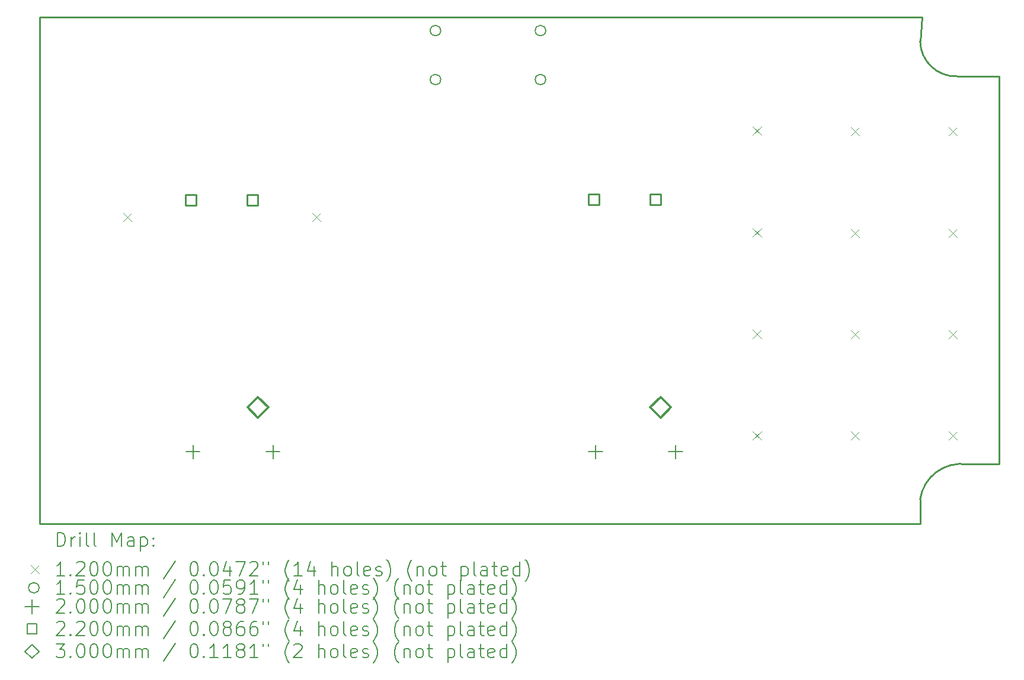
<source format=gbr>
%TF.GenerationSoftware,KiCad,Pcbnew,8.0.1*%
%TF.CreationDate,2024-03-31T00:10:13+01:00*%
%TF.ProjectId,spider2,73706964-6572-4322-9e6b-696361645f70,rev?*%
%TF.SameCoordinates,Original*%
%TF.FileFunction,Drillmap*%
%TF.FilePolarity,Positive*%
%FSLAX45Y45*%
G04 Gerber Fmt 4.5, Leading zero omitted, Abs format (unit mm)*
G04 Created by KiCad (PCBNEW 8.0.1) date 2024-03-31 00:10:13*
%MOMM*%
%LPD*%
G01*
G04 APERTURE LIST*
%ADD10C,0.254000*%
%ADD11C,0.200000*%
%ADD12C,0.120000*%
%ADD13C,0.150000*%
%ADD14C,0.220000*%
%ADD15C,0.300000*%
G04 APERTURE END LIST*
D10*
X26864460Y-3909160D02*
G75*
G02*
X26339460Y-3409160I-12500J512500D01*
G01*
X26339460Y-10309160D02*
X26339460Y-9959160D01*
X27014460Y-9459160D02*
X27464460Y-9459160D01*
X13764460Y-10309160D02*
X26339460Y-10309160D01*
X27464460Y-9459160D02*
X27464460Y-3909160D01*
X13764460Y-3059160D02*
X26364460Y-3059160D01*
X26339460Y-9959160D02*
G75*
G02*
X27014460Y-9459160I587500J-87500D01*
G01*
X13764460Y-3059160D02*
X13764460Y-10309160D01*
X26364460Y-3059160D02*
X26339460Y-3409160D01*
X26864460Y-3909160D02*
X27464460Y-3909160D01*
D11*
D12*
X14956520Y-5866971D02*
X15076520Y-5986971D01*
X15076520Y-5866971D02*
X14956520Y-5986971D01*
X17657407Y-5866825D02*
X17777407Y-5986825D01*
X17777407Y-5866825D02*
X17657407Y-5986825D01*
X23949911Y-8990000D02*
X24069911Y-9110000D01*
X24069911Y-8990000D02*
X23949911Y-9110000D01*
X23950000Y-4630000D02*
X24070000Y-4750000D01*
X24070000Y-4630000D02*
X23950000Y-4750000D01*
X23950000Y-6083333D02*
X24070000Y-6203333D01*
X24070000Y-6083333D02*
X23950000Y-6203333D01*
X23950000Y-7536667D02*
X24070000Y-7656667D01*
X24070000Y-7536667D02*
X23950000Y-7656667D01*
X25349911Y-8990000D02*
X25469911Y-9110000D01*
X25469911Y-8990000D02*
X25349911Y-9110000D01*
X25350000Y-4640000D02*
X25470000Y-4760000D01*
X25470000Y-4640000D02*
X25350000Y-4760000D01*
X25350000Y-6090000D02*
X25470000Y-6210000D01*
X25470000Y-6090000D02*
X25350000Y-6210000D01*
X25350000Y-7540000D02*
X25470000Y-7660000D01*
X25470000Y-7540000D02*
X25350000Y-7660000D01*
X26750000Y-4640000D02*
X26870000Y-4760000D01*
X26870000Y-4640000D02*
X26750000Y-4760000D01*
X26750000Y-6090000D02*
X26870000Y-6210000D01*
X26870000Y-6090000D02*
X26750000Y-6210000D01*
X26750000Y-7540000D02*
X26870000Y-7660000D01*
X26870000Y-7540000D02*
X26750000Y-7660000D01*
X26750000Y-8990000D02*
X26870000Y-9110000D01*
X26870000Y-8990000D02*
X26750000Y-9110000D01*
D13*
X19490000Y-3255000D02*
G75*
G02*
X19340000Y-3255000I-75000J0D01*
G01*
X19340000Y-3255000D02*
G75*
G02*
X19490000Y-3255000I75000J0D01*
G01*
X19490000Y-3955000D02*
G75*
G02*
X19340000Y-3955000I-75000J0D01*
G01*
X19340000Y-3955000D02*
G75*
G02*
X19490000Y-3955000I75000J0D01*
G01*
X20990000Y-3255000D02*
G75*
G02*
X20840000Y-3255000I-75000J0D01*
G01*
X20840000Y-3255000D02*
G75*
G02*
X20990000Y-3255000I75000J0D01*
G01*
X20990000Y-3955000D02*
G75*
G02*
X20840000Y-3955000I-75000J0D01*
G01*
X20840000Y-3955000D02*
G75*
G02*
X20990000Y-3955000I75000J0D01*
G01*
D11*
X15950000Y-9180000D02*
X15950000Y-9380000D01*
X15850000Y-9280000D02*
X16050000Y-9280000D01*
X17093000Y-9180000D02*
X17093000Y-9380000D01*
X16993000Y-9280000D02*
X17193000Y-9280000D01*
X21700000Y-9180000D02*
X21700000Y-9380000D01*
X21600000Y-9280000D02*
X21800000Y-9280000D01*
X22843000Y-9180000D02*
X22843000Y-9380000D01*
X22743000Y-9280000D02*
X22943000Y-9280000D01*
D14*
X15999539Y-5755873D02*
X15999539Y-5600308D01*
X15843974Y-5600308D01*
X15843974Y-5755873D01*
X15999539Y-5755873D01*
X16879539Y-5755873D02*
X16879539Y-5600308D01*
X16723974Y-5600308D01*
X16723974Y-5755873D01*
X16879539Y-5755873D01*
X21752776Y-5747782D02*
X21752776Y-5592218D01*
X21597211Y-5592218D01*
X21597211Y-5747782D01*
X21752776Y-5747782D01*
X22632775Y-5747782D02*
X22632775Y-5592218D01*
X22477210Y-5592218D01*
X22477210Y-5747782D01*
X22632775Y-5747782D01*
D15*
X16880000Y-8795000D02*
X17030000Y-8645000D01*
X16880000Y-8495000D01*
X16730000Y-8645000D01*
X16880000Y-8795000D01*
X22630000Y-8795000D02*
X22780000Y-8645000D01*
X22630000Y-8495000D01*
X22480000Y-8645000D01*
X22630000Y-8795000D01*
D11*
X14012537Y-10633344D02*
X14012537Y-10433344D01*
X14012537Y-10433344D02*
X14060156Y-10433344D01*
X14060156Y-10433344D02*
X14088727Y-10442868D01*
X14088727Y-10442868D02*
X14107775Y-10461915D01*
X14107775Y-10461915D02*
X14117299Y-10480963D01*
X14117299Y-10480963D02*
X14126822Y-10519058D01*
X14126822Y-10519058D02*
X14126822Y-10547630D01*
X14126822Y-10547630D02*
X14117299Y-10585725D01*
X14117299Y-10585725D02*
X14107775Y-10604772D01*
X14107775Y-10604772D02*
X14088727Y-10623820D01*
X14088727Y-10623820D02*
X14060156Y-10633344D01*
X14060156Y-10633344D02*
X14012537Y-10633344D01*
X14212537Y-10633344D02*
X14212537Y-10500010D01*
X14212537Y-10538106D02*
X14222061Y-10519058D01*
X14222061Y-10519058D02*
X14231584Y-10509534D01*
X14231584Y-10509534D02*
X14250632Y-10500010D01*
X14250632Y-10500010D02*
X14269680Y-10500010D01*
X14336346Y-10633344D02*
X14336346Y-10500010D01*
X14336346Y-10433344D02*
X14326822Y-10442868D01*
X14326822Y-10442868D02*
X14336346Y-10452391D01*
X14336346Y-10452391D02*
X14345870Y-10442868D01*
X14345870Y-10442868D02*
X14336346Y-10433344D01*
X14336346Y-10433344D02*
X14336346Y-10452391D01*
X14460156Y-10633344D02*
X14441108Y-10623820D01*
X14441108Y-10623820D02*
X14431584Y-10604772D01*
X14431584Y-10604772D02*
X14431584Y-10433344D01*
X14564918Y-10633344D02*
X14545870Y-10623820D01*
X14545870Y-10623820D02*
X14536346Y-10604772D01*
X14536346Y-10604772D02*
X14536346Y-10433344D01*
X14793489Y-10633344D02*
X14793489Y-10433344D01*
X14793489Y-10433344D02*
X14860156Y-10576201D01*
X14860156Y-10576201D02*
X14926822Y-10433344D01*
X14926822Y-10433344D02*
X14926822Y-10633344D01*
X15107775Y-10633344D02*
X15107775Y-10528582D01*
X15107775Y-10528582D02*
X15098251Y-10509534D01*
X15098251Y-10509534D02*
X15079203Y-10500010D01*
X15079203Y-10500010D02*
X15041108Y-10500010D01*
X15041108Y-10500010D02*
X15022061Y-10509534D01*
X15107775Y-10623820D02*
X15088727Y-10633344D01*
X15088727Y-10633344D02*
X15041108Y-10633344D01*
X15041108Y-10633344D02*
X15022061Y-10623820D01*
X15022061Y-10623820D02*
X15012537Y-10604772D01*
X15012537Y-10604772D02*
X15012537Y-10585725D01*
X15012537Y-10585725D02*
X15022061Y-10566677D01*
X15022061Y-10566677D02*
X15041108Y-10557153D01*
X15041108Y-10557153D02*
X15088727Y-10557153D01*
X15088727Y-10557153D02*
X15107775Y-10547630D01*
X15203013Y-10500010D02*
X15203013Y-10700010D01*
X15203013Y-10509534D02*
X15222061Y-10500010D01*
X15222061Y-10500010D02*
X15260156Y-10500010D01*
X15260156Y-10500010D02*
X15279203Y-10509534D01*
X15279203Y-10509534D02*
X15288727Y-10519058D01*
X15288727Y-10519058D02*
X15298251Y-10538106D01*
X15298251Y-10538106D02*
X15298251Y-10595249D01*
X15298251Y-10595249D02*
X15288727Y-10614296D01*
X15288727Y-10614296D02*
X15279203Y-10623820D01*
X15279203Y-10623820D02*
X15260156Y-10633344D01*
X15260156Y-10633344D02*
X15222061Y-10633344D01*
X15222061Y-10633344D02*
X15203013Y-10623820D01*
X15383965Y-10614296D02*
X15393489Y-10623820D01*
X15393489Y-10623820D02*
X15383965Y-10633344D01*
X15383965Y-10633344D02*
X15374442Y-10623820D01*
X15374442Y-10623820D02*
X15383965Y-10614296D01*
X15383965Y-10614296D02*
X15383965Y-10633344D01*
X15383965Y-10509534D02*
X15393489Y-10519058D01*
X15393489Y-10519058D02*
X15383965Y-10528582D01*
X15383965Y-10528582D02*
X15374442Y-10519058D01*
X15374442Y-10519058D02*
X15383965Y-10509534D01*
X15383965Y-10509534D02*
X15383965Y-10528582D01*
D12*
X13631760Y-10901860D02*
X13751760Y-11021860D01*
X13751760Y-10901860D02*
X13631760Y-11021860D01*
D11*
X14117299Y-11053344D02*
X14003013Y-11053344D01*
X14060156Y-11053344D02*
X14060156Y-10853344D01*
X14060156Y-10853344D02*
X14041108Y-10881915D01*
X14041108Y-10881915D02*
X14022061Y-10900963D01*
X14022061Y-10900963D02*
X14003013Y-10910487D01*
X14203013Y-11034296D02*
X14212537Y-11043820D01*
X14212537Y-11043820D02*
X14203013Y-11053344D01*
X14203013Y-11053344D02*
X14193489Y-11043820D01*
X14193489Y-11043820D02*
X14203013Y-11034296D01*
X14203013Y-11034296D02*
X14203013Y-11053344D01*
X14288727Y-10872391D02*
X14298251Y-10862868D01*
X14298251Y-10862868D02*
X14317299Y-10853344D01*
X14317299Y-10853344D02*
X14364918Y-10853344D01*
X14364918Y-10853344D02*
X14383965Y-10862868D01*
X14383965Y-10862868D02*
X14393489Y-10872391D01*
X14393489Y-10872391D02*
X14403013Y-10891439D01*
X14403013Y-10891439D02*
X14403013Y-10910487D01*
X14403013Y-10910487D02*
X14393489Y-10939058D01*
X14393489Y-10939058D02*
X14279203Y-11053344D01*
X14279203Y-11053344D02*
X14403013Y-11053344D01*
X14526822Y-10853344D02*
X14545870Y-10853344D01*
X14545870Y-10853344D02*
X14564918Y-10862868D01*
X14564918Y-10862868D02*
X14574442Y-10872391D01*
X14574442Y-10872391D02*
X14583965Y-10891439D01*
X14583965Y-10891439D02*
X14593489Y-10929534D01*
X14593489Y-10929534D02*
X14593489Y-10977153D01*
X14593489Y-10977153D02*
X14583965Y-11015249D01*
X14583965Y-11015249D02*
X14574442Y-11034296D01*
X14574442Y-11034296D02*
X14564918Y-11043820D01*
X14564918Y-11043820D02*
X14545870Y-11053344D01*
X14545870Y-11053344D02*
X14526822Y-11053344D01*
X14526822Y-11053344D02*
X14507775Y-11043820D01*
X14507775Y-11043820D02*
X14498251Y-11034296D01*
X14498251Y-11034296D02*
X14488727Y-11015249D01*
X14488727Y-11015249D02*
X14479203Y-10977153D01*
X14479203Y-10977153D02*
X14479203Y-10929534D01*
X14479203Y-10929534D02*
X14488727Y-10891439D01*
X14488727Y-10891439D02*
X14498251Y-10872391D01*
X14498251Y-10872391D02*
X14507775Y-10862868D01*
X14507775Y-10862868D02*
X14526822Y-10853344D01*
X14717299Y-10853344D02*
X14736346Y-10853344D01*
X14736346Y-10853344D02*
X14755394Y-10862868D01*
X14755394Y-10862868D02*
X14764918Y-10872391D01*
X14764918Y-10872391D02*
X14774442Y-10891439D01*
X14774442Y-10891439D02*
X14783965Y-10929534D01*
X14783965Y-10929534D02*
X14783965Y-10977153D01*
X14783965Y-10977153D02*
X14774442Y-11015249D01*
X14774442Y-11015249D02*
X14764918Y-11034296D01*
X14764918Y-11034296D02*
X14755394Y-11043820D01*
X14755394Y-11043820D02*
X14736346Y-11053344D01*
X14736346Y-11053344D02*
X14717299Y-11053344D01*
X14717299Y-11053344D02*
X14698251Y-11043820D01*
X14698251Y-11043820D02*
X14688727Y-11034296D01*
X14688727Y-11034296D02*
X14679203Y-11015249D01*
X14679203Y-11015249D02*
X14669680Y-10977153D01*
X14669680Y-10977153D02*
X14669680Y-10929534D01*
X14669680Y-10929534D02*
X14679203Y-10891439D01*
X14679203Y-10891439D02*
X14688727Y-10872391D01*
X14688727Y-10872391D02*
X14698251Y-10862868D01*
X14698251Y-10862868D02*
X14717299Y-10853344D01*
X14869680Y-11053344D02*
X14869680Y-10920010D01*
X14869680Y-10939058D02*
X14879203Y-10929534D01*
X14879203Y-10929534D02*
X14898251Y-10920010D01*
X14898251Y-10920010D02*
X14926823Y-10920010D01*
X14926823Y-10920010D02*
X14945870Y-10929534D01*
X14945870Y-10929534D02*
X14955394Y-10948582D01*
X14955394Y-10948582D02*
X14955394Y-11053344D01*
X14955394Y-10948582D02*
X14964918Y-10929534D01*
X14964918Y-10929534D02*
X14983965Y-10920010D01*
X14983965Y-10920010D02*
X15012537Y-10920010D01*
X15012537Y-10920010D02*
X15031584Y-10929534D01*
X15031584Y-10929534D02*
X15041108Y-10948582D01*
X15041108Y-10948582D02*
X15041108Y-11053344D01*
X15136346Y-11053344D02*
X15136346Y-10920010D01*
X15136346Y-10939058D02*
X15145870Y-10929534D01*
X15145870Y-10929534D02*
X15164918Y-10920010D01*
X15164918Y-10920010D02*
X15193489Y-10920010D01*
X15193489Y-10920010D02*
X15212537Y-10929534D01*
X15212537Y-10929534D02*
X15222061Y-10948582D01*
X15222061Y-10948582D02*
X15222061Y-11053344D01*
X15222061Y-10948582D02*
X15231584Y-10929534D01*
X15231584Y-10929534D02*
X15250632Y-10920010D01*
X15250632Y-10920010D02*
X15279203Y-10920010D01*
X15279203Y-10920010D02*
X15298251Y-10929534D01*
X15298251Y-10929534D02*
X15307775Y-10948582D01*
X15307775Y-10948582D02*
X15307775Y-11053344D01*
X15698251Y-10843820D02*
X15526823Y-11100963D01*
X15955394Y-10853344D02*
X15974442Y-10853344D01*
X15974442Y-10853344D02*
X15993489Y-10862868D01*
X15993489Y-10862868D02*
X16003013Y-10872391D01*
X16003013Y-10872391D02*
X16012537Y-10891439D01*
X16012537Y-10891439D02*
X16022061Y-10929534D01*
X16022061Y-10929534D02*
X16022061Y-10977153D01*
X16022061Y-10977153D02*
X16012537Y-11015249D01*
X16012537Y-11015249D02*
X16003013Y-11034296D01*
X16003013Y-11034296D02*
X15993489Y-11043820D01*
X15993489Y-11043820D02*
X15974442Y-11053344D01*
X15974442Y-11053344D02*
X15955394Y-11053344D01*
X15955394Y-11053344D02*
X15936346Y-11043820D01*
X15936346Y-11043820D02*
X15926823Y-11034296D01*
X15926823Y-11034296D02*
X15917299Y-11015249D01*
X15917299Y-11015249D02*
X15907775Y-10977153D01*
X15907775Y-10977153D02*
X15907775Y-10929534D01*
X15907775Y-10929534D02*
X15917299Y-10891439D01*
X15917299Y-10891439D02*
X15926823Y-10872391D01*
X15926823Y-10872391D02*
X15936346Y-10862868D01*
X15936346Y-10862868D02*
X15955394Y-10853344D01*
X16107775Y-11034296D02*
X16117299Y-11043820D01*
X16117299Y-11043820D02*
X16107775Y-11053344D01*
X16107775Y-11053344D02*
X16098251Y-11043820D01*
X16098251Y-11043820D02*
X16107775Y-11034296D01*
X16107775Y-11034296D02*
X16107775Y-11053344D01*
X16241108Y-10853344D02*
X16260156Y-10853344D01*
X16260156Y-10853344D02*
X16279204Y-10862868D01*
X16279204Y-10862868D02*
X16288727Y-10872391D01*
X16288727Y-10872391D02*
X16298251Y-10891439D01*
X16298251Y-10891439D02*
X16307775Y-10929534D01*
X16307775Y-10929534D02*
X16307775Y-10977153D01*
X16307775Y-10977153D02*
X16298251Y-11015249D01*
X16298251Y-11015249D02*
X16288727Y-11034296D01*
X16288727Y-11034296D02*
X16279204Y-11043820D01*
X16279204Y-11043820D02*
X16260156Y-11053344D01*
X16260156Y-11053344D02*
X16241108Y-11053344D01*
X16241108Y-11053344D02*
X16222061Y-11043820D01*
X16222061Y-11043820D02*
X16212537Y-11034296D01*
X16212537Y-11034296D02*
X16203013Y-11015249D01*
X16203013Y-11015249D02*
X16193489Y-10977153D01*
X16193489Y-10977153D02*
X16193489Y-10929534D01*
X16193489Y-10929534D02*
X16203013Y-10891439D01*
X16203013Y-10891439D02*
X16212537Y-10872391D01*
X16212537Y-10872391D02*
X16222061Y-10862868D01*
X16222061Y-10862868D02*
X16241108Y-10853344D01*
X16479204Y-10920010D02*
X16479204Y-11053344D01*
X16431585Y-10843820D02*
X16383966Y-10986677D01*
X16383966Y-10986677D02*
X16507775Y-10986677D01*
X16564918Y-10853344D02*
X16698251Y-10853344D01*
X16698251Y-10853344D02*
X16612537Y-11053344D01*
X16764918Y-10872391D02*
X16774442Y-10862868D01*
X16774442Y-10862868D02*
X16793489Y-10853344D01*
X16793489Y-10853344D02*
X16841109Y-10853344D01*
X16841109Y-10853344D02*
X16860156Y-10862868D01*
X16860156Y-10862868D02*
X16869680Y-10872391D01*
X16869680Y-10872391D02*
X16879204Y-10891439D01*
X16879204Y-10891439D02*
X16879204Y-10910487D01*
X16879204Y-10910487D02*
X16869680Y-10939058D01*
X16869680Y-10939058D02*
X16755394Y-11053344D01*
X16755394Y-11053344D02*
X16879204Y-11053344D01*
X16955394Y-10853344D02*
X16955394Y-10891439D01*
X17031585Y-10853344D02*
X17031585Y-10891439D01*
X17326823Y-11129534D02*
X17317299Y-11120010D01*
X17317299Y-11120010D02*
X17298251Y-11091439D01*
X17298251Y-11091439D02*
X17288728Y-11072391D01*
X17288728Y-11072391D02*
X17279204Y-11043820D01*
X17279204Y-11043820D02*
X17269680Y-10996201D01*
X17269680Y-10996201D02*
X17269680Y-10958106D01*
X17269680Y-10958106D02*
X17279204Y-10910487D01*
X17279204Y-10910487D02*
X17288728Y-10881915D01*
X17288728Y-10881915D02*
X17298251Y-10862868D01*
X17298251Y-10862868D02*
X17317299Y-10834296D01*
X17317299Y-10834296D02*
X17326823Y-10824772D01*
X17507775Y-11053344D02*
X17393490Y-11053344D01*
X17450632Y-11053344D02*
X17450632Y-10853344D01*
X17450632Y-10853344D02*
X17431585Y-10881915D01*
X17431585Y-10881915D02*
X17412537Y-10900963D01*
X17412537Y-10900963D02*
X17393490Y-10910487D01*
X17679204Y-10920010D02*
X17679204Y-11053344D01*
X17631585Y-10843820D02*
X17583966Y-10986677D01*
X17583966Y-10986677D02*
X17707775Y-10986677D01*
X17936347Y-11053344D02*
X17936347Y-10853344D01*
X18022061Y-11053344D02*
X18022061Y-10948582D01*
X18022061Y-10948582D02*
X18012537Y-10929534D01*
X18012537Y-10929534D02*
X17993490Y-10920010D01*
X17993490Y-10920010D02*
X17964918Y-10920010D01*
X17964918Y-10920010D02*
X17945871Y-10929534D01*
X17945871Y-10929534D02*
X17936347Y-10939058D01*
X18145871Y-11053344D02*
X18126823Y-11043820D01*
X18126823Y-11043820D02*
X18117299Y-11034296D01*
X18117299Y-11034296D02*
X18107775Y-11015249D01*
X18107775Y-11015249D02*
X18107775Y-10958106D01*
X18107775Y-10958106D02*
X18117299Y-10939058D01*
X18117299Y-10939058D02*
X18126823Y-10929534D01*
X18126823Y-10929534D02*
X18145871Y-10920010D01*
X18145871Y-10920010D02*
X18174442Y-10920010D01*
X18174442Y-10920010D02*
X18193490Y-10929534D01*
X18193490Y-10929534D02*
X18203013Y-10939058D01*
X18203013Y-10939058D02*
X18212537Y-10958106D01*
X18212537Y-10958106D02*
X18212537Y-11015249D01*
X18212537Y-11015249D02*
X18203013Y-11034296D01*
X18203013Y-11034296D02*
X18193490Y-11043820D01*
X18193490Y-11043820D02*
X18174442Y-11053344D01*
X18174442Y-11053344D02*
X18145871Y-11053344D01*
X18326823Y-11053344D02*
X18307775Y-11043820D01*
X18307775Y-11043820D02*
X18298252Y-11024772D01*
X18298252Y-11024772D02*
X18298252Y-10853344D01*
X18479204Y-11043820D02*
X18460156Y-11053344D01*
X18460156Y-11053344D02*
X18422061Y-11053344D01*
X18422061Y-11053344D02*
X18403013Y-11043820D01*
X18403013Y-11043820D02*
X18393490Y-11024772D01*
X18393490Y-11024772D02*
X18393490Y-10948582D01*
X18393490Y-10948582D02*
X18403013Y-10929534D01*
X18403013Y-10929534D02*
X18422061Y-10920010D01*
X18422061Y-10920010D02*
X18460156Y-10920010D01*
X18460156Y-10920010D02*
X18479204Y-10929534D01*
X18479204Y-10929534D02*
X18488728Y-10948582D01*
X18488728Y-10948582D02*
X18488728Y-10967630D01*
X18488728Y-10967630D02*
X18393490Y-10986677D01*
X18564918Y-11043820D02*
X18583966Y-11053344D01*
X18583966Y-11053344D02*
X18622061Y-11053344D01*
X18622061Y-11053344D02*
X18641109Y-11043820D01*
X18641109Y-11043820D02*
X18650633Y-11024772D01*
X18650633Y-11024772D02*
X18650633Y-11015249D01*
X18650633Y-11015249D02*
X18641109Y-10996201D01*
X18641109Y-10996201D02*
X18622061Y-10986677D01*
X18622061Y-10986677D02*
X18593490Y-10986677D01*
X18593490Y-10986677D02*
X18574442Y-10977153D01*
X18574442Y-10977153D02*
X18564918Y-10958106D01*
X18564918Y-10958106D02*
X18564918Y-10948582D01*
X18564918Y-10948582D02*
X18574442Y-10929534D01*
X18574442Y-10929534D02*
X18593490Y-10920010D01*
X18593490Y-10920010D02*
X18622061Y-10920010D01*
X18622061Y-10920010D02*
X18641109Y-10929534D01*
X18717299Y-11129534D02*
X18726823Y-11120010D01*
X18726823Y-11120010D02*
X18745871Y-11091439D01*
X18745871Y-11091439D02*
X18755394Y-11072391D01*
X18755394Y-11072391D02*
X18764918Y-11043820D01*
X18764918Y-11043820D02*
X18774442Y-10996201D01*
X18774442Y-10996201D02*
X18774442Y-10958106D01*
X18774442Y-10958106D02*
X18764918Y-10910487D01*
X18764918Y-10910487D02*
X18755394Y-10881915D01*
X18755394Y-10881915D02*
X18745871Y-10862868D01*
X18745871Y-10862868D02*
X18726823Y-10834296D01*
X18726823Y-10834296D02*
X18717299Y-10824772D01*
X19079204Y-11129534D02*
X19069680Y-11120010D01*
X19069680Y-11120010D02*
X19050633Y-11091439D01*
X19050633Y-11091439D02*
X19041109Y-11072391D01*
X19041109Y-11072391D02*
X19031585Y-11043820D01*
X19031585Y-11043820D02*
X19022061Y-10996201D01*
X19022061Y-10996201D02*
X19022061Y-10958106D01*
X19022061Y-10958106D02*
X19031585Y-10910487D01*
X19031585Y-10910487D02*
X19041109Y-10881915D01*
X19041109Y-10881915D02*
X19050633Y-10862868D01*
X19050633Y-10862868D02*
X19069680Y-10834296D01*
X19069680Y-10834296D02*
X19079204Y-10824772D01*
X19155394Y-10920010D02*
X19155394Y-11053344D01*
X19155394Y-10939058D02*
X19164918Y-10929534D01*
X19164918Y-10929534D02*
X19183966Y-10920010D01*
X19183966Y-10920010D02*
X19212537Y-10920010D01*
X19212537Y-10920010D02*
X19231585Y-10929534D01*
X19231585Y-10929534D02*
X19241109Y-10948582D01*
X19241109Y-10948582D02*
X19241109Y-11053344D01*
X19364918Y-11053344D02*
X19345871Y-11043820D01*
X19345871Y-11043820D02*
X19336347Y-11034296D01*
X19336347Y-11034296D02*
X19326823Y-11015249D01*
X19326823Y-11015249D02*
X19326823Y-10958106D01*
X19326823Y-10958106D02*
X19336347Y-10939058D01*
X19336347Y-10939058D02*
X19345871Y-10929534D01*
X19345871Y-10929534D02*
X19364918Y-10920010D01*
X19364918Y-10920010D02*
X19393490Y-10920010D01*
X19393490Y-10920010D02*
X19412537Y-10929534D01*
X19412537Y-10929534D02*
X19422061Y-10939058D01*
X19422061Y-10939058D02*
X19431585Y-10958106D01*
X19431585Y-10958106D02*
X19431585Y-11015249D01*
X19431585Y-11015249D02*
X19422061Y-11034296D01*
X19422061Y-11034296D02*
X19412537Y-11043820D01*
X19412537Y-11043820D02*
X19393490Y-11053344D01*
X19393490Y-11053344D02*
X19364918Y-11053344D01*
X19488728Y-10920010D02*
X19564918Y-10920010D01*
X19517299Y-10853344D02*
X19517299Y-11024772D01*
X19517299Y-11024772D02*
X19526823Y-11043820D01*
X19526823Y-11043820D02*
X19545871Y-11053344D01*
X19545871Y-11053344D02*
X19564918Y-11053344D01*
X19783966Y-10920010D02*
X19783966Y-11120010D01*
X19783966Y-10929534D02*
X19803014Y-10920010D01*
X19803014Y-10920010D02*
X19841109Y-10920010D01*
X19841109Y-10920010D02*
X19860156Y-10929534D01*
X19860156Y-10929534D02*
X19869680Y-10939058D01*
X19869680Y-10939058D02*
X19879204Y-10958106D01*
X19879204Y-10958106D02*
X19879204Y-11015249D01*
X19879204Y-11015249D02*
X19869680Y-11034296D01*
X19869680Y-11034296D02*
X19860156Y-11043820D01*
X19860156Y-11043820D02*
X19841109Y-11053344D01*
X19841109Y-11053344D02*
X19803014Y-11053344D01*
X19803014Y-11053344D02*
X19783966Y-11043820D01*
X19993490Y-11053344D02*
X19974442Y-11043820D01*
X19974442Y-11043820D02*
X19964918Y-11024772D01*
X19964918Y-11024772D02*
X19964918Y-10853344D01*
X20155395Y-11053344D02*
X20155395Y-10948582D01*
X20155395Y-10948582D02*
X20145871Y-10929534D01*
X20145871Y-10929534D02*
X20126823Y-10920010D01*
X20126823Y-10920010D02*
X20088728Y-10920010D01*
X20088728Y-10920010D02*
X20069680Y-10929534D01*
X20155395Y-11043820D02*
X20136347Y-11053344D01*
X20136347Y-11053344D02*
X20088728Y-11053344D01*
X20088728Y-11053344D02*
X20069680Y-11043820D01*
X20069680Y-11043820D02*
X20060156Y-11024772D01*
X20060156Y-11024772D02*
X20060156Y-11005725D01*
X20060156Y-11005725D02*
X20069680Y-10986677D01*
X20069680Y-10986677D02*
X20088728Y-10977153D01*
X20088728Y-10977153D02*
X20136347Y-10977153D01*
X20136347Y-10977153D02*
X20155395Y-10967630D01*
X20222061Y-10920010D02*
X20298252Y-10920010D01*
X20250633Y-10853344D02*
X20250633Y-11024772D01*
X20250633Y-11024772D02*
X20260156Y-11043820D01*
X20260156Y-11043820D02*
X20279204Y-11053344D01*
X20279204Y-11053344D02*
X20298252Y-11053344D01*
X20441109Y-11043820D02*
X20422061Y-11053344D01*
X20422061Y-11053344D02*
X20383966Y-11053344D01*
X20383966Y-11053344D02*
X20364918Y-11043820D01*
X20364918Y-11043820D02*
X20355395Y-11024772D01*
X20355395Y-11024772D02*
X20355395Y-10948582D01*
X20355395Y-10948582D02*
X20364918Y-10929534D01*
X20364918Y-10929534D02*
X20383966Y-10920010D01*
X20383966Y-10920010D02*
X20422061Y-10920010D01*
X20422061Y-10920010D02*
X20441109Y-10929534D01*
X20441109Y-10929534D02*
X20450633Y-10948582D01*
X20450633Y-10948582D02*
X20450633Y-10967630D01*
X20450633Y-10967630D02*
X20355395Y-10986677D01*
X20622061Y-11053344D02*
X20622061Y-10853344D01*
X20622061Y-11043820D02*
X20603014Y-11053344D01*
X20603014Y-11053344D02*
X20564918Y-11053344D01*
X20564918Y-11053344D02*
X20545871Y-11043820D01*
X20545871Y-11043820D02*
X20536347Y-11034296D01*
X20536347Y-11034296D02*
X20526823Y-11015249D01*
X20526823Y-11015249D02*
X20526823Y-10958106D01*
X20526823Y-10958106D02*
X20536347Y-10939058D01*
X20536347Y-10939058D02*
X20545871Y-10929534D01*
X20545871Y-10929534D02*
X20564918Y-10920010D01*
X20564918Y-10920010D02*
X20603014Y-10920010D01*
X20603014Y-10920010D02*
X20622061Y-10929534D01*
X20698252Y-11129534D02*
X20707776Y-11120010D01*
X20707776Y-11120010D02*
X20726823Y-11091439D01*
X20726823Y-11091439D02*
X20736347Y-11072391D01*
X20736347Y-11072391D02*
X20745871Y-11043820D01*
X20745871Y-11043820D02*
X20755395Y-10996201D01*
X20755395Y-10996201D02*
X20755395Y-10958106D01*
X20755395Y-10958106D02*
X20745871Y-10910487D01*
X20745871Y-10910487D02*
X20736347Y-10881915D01*
X20736347Y-10881915D02*
X20726823Y-10862868D01*
X20726823Y-10862868D02*
X20707776Y-10834296D01*
X20707776Y-10834296D02*
X20698252Y-10824772D01*
D13*
X13751760Y-11225860D02*
G75*
G02*
X13601760Y-11225860I-75000J0D01*
G01*
X13601760Y-11225860D02*
G75*
G02*
X13751760Y-11225860I75000J0D01*
G01*
D11*
X14117299Y-11317344D02*
X14003013Y-11317344D01*
X14060156Y-11317344D02*
X14060156Y-11117344D01*
X14060156Y-11117344D02*
X14041108Y-11145915D01*
X14041108Y-11145915D02*
X14022061Y-11164963D01*
X14022061Y-11164963D02*
X14003013Y-11174487D01*
X14203013Y-11298296D02*
X14212537Y-11307820D01*
X14212537Y-11307820D02*
X14203013Y-11317344D01*
X14203013Y-11317344D02*
X14193489Y-11307820D01*
X14193489Y-11307820D02*
X14203013Y-11298296D01*
X14203013Y-11298296D02*
X14203013Y-11317344D01*
X14393489Y-11117344D02*
X14298251Y-11117344D01*
X14298251Y-11117344D02*
X14288727Y-11212582D01*
X14288727Y-11212582D02*
X14298251Y-11203058D01*
X14298251Y-11203058D02*
X14317299Y-11193534D01*
X14317299Y-11193534D02*
X14364918Y-11193534D01*
X14364918Y-11193534D02*
X14383965Y-11203058D01*
X14383965Y-11203058D02*
X14393489Y-11212582D01*
X14393489Y-11212582D02*
X14403013Y-11231629D01*
X14403013Y-11231629D02*
X14403013Y-11279248D01*
X14403013Y-11279248D02*
X14393489Y-11298296D01*
X14393489Y-11298296D02*
X14383965Y-11307820D01*
X14383965Y-11307820D02*
X14364918Y-11317344D01*
X14364918Y-11317344D02*
X14317299Y-11317344D01*
X14317299Y-11317344D02*
X14298251Y-11307820D01*
X14298251Y-11307820D02*
X14288727Y-11298296D01*
X14526822Y-11117344D02*
X14545870Y-11117344D01*
X14545870Y-11117344D02*
X14564918Y-11126868D01*
X14564918Y-11126868D02*
X14574442Y-11136391D01*
X14574442Y-11136391D02*
X14583965Y-11155439D01*
X14583965Y-11155439D02*
X14593489Y-11193534D01*
X14593489Y-11193534D02*
X14593489Y-11241153D01*
X14593489Y-11241153D02*
X14583965Y-11279248D01*
X14583965Y-11279248D02*
X14574442Y-11298296D01*
X14574442Y-11298296D02*
X14564918Y-11307820D01*
X14564918Y-11307820D02*
X14545870Y-11317344D01*
X14545870Y-11317344D02*
X14526822Y-11317344D01*
X14526822Y-11317344D02*
X14507775Y-11307820D01*
X14507775Y-11307820D02*
X14498251Y-11298296D01*
X14498251Y-11298296D02*
X14488727Y-11279248D01*
X14488727Y-11279248D02*
X14479203Y-11241153D01*
X14479203Y-11241153D02*
X14479203Y-11193534D01*
X14479203Y-11193534D02*
X14488727Y-11155439D01*
X14488727Y-11155439D02*
X14498251Y-11136391D01*
X14498251Y-11136391D02*
X14507775Y-11126868D01*
X14507775Y-11126868D02*
X14526822Y-11117344D01*
X14717299Y-11117344D02*
X14736346Y-11117344D01*
X14736346Y-11117344D02*
X14755394Y-11126868D01*
X14755394Y-11126868D02*
X14764918Y-11136391D01*
X14764918Y-11136391D02*
X14774442Y-11155439D01*
X14774442Y-11155439D02*
X14783965Y-11193534D01*
X14783965Y-11193534D02*
X14783965Y-11241153D01*
X14783965Y-11241153D02*
X14774442Y-11279248D01*
X14774442Y-11279248D02*
X14764918Y-11298296D01*
X14764918Y-11298296D02*
X14755394Y-11307820D01*
X14755394Y-11307820D02*
X14736346Y-11317344D01*
X14736346Y-11317344D02*
X14717299Y-11317344D01*
X14717299Y-11317344D02*
X14698251Y-11307820D01*
X14698251Y-11307820D02*
X14688727Y-11298296D01*
X14688727Y-11298296D02*
X14679203Y-11279248D01*
X14679203Y-11279248D02*
X14669680Y-11241153D01*
X14669680Y-11241153D02*
X14669680Y-11193534D01*
X14669680Y-11193534D02*
X14679203Y-11155439D01*
X14679203Y-11155439D02*
X14688727Y-11136391D01*
X14688727Y-11136391D02*
X14698251Y-11126868D01*
X14698251Y-11126868D02*
X14717299Y-11117344D01*
X14869680Y-11317344D02*
X14869680Y-11184010D01*
X14869680Y-11203058D02*
X14879203Y-11193534D01*
X14879203Y-11193534D02*
X14898251Y-11184010D01*
X14898251Y-11184010D02*
X14926823Y-11184010D01*
X14926823Y-11184010D02*
X14945870Y-11193534D01*
X14945870Y-11193534D02*
X14955394Y-11212582D01*
X14955394Y-11212582D02*
X14955394Y-11317344D01*
X14955394Y-11212582D02*
X14964918Y-11193534D01*
X14964918Y-11193534D02*
X14983965Y-11184010D01*
X14983965Y-11184010D02*
X15012537Y-11184010D01*
X15012537Y-11184010D02*
X15031584Y-11193534D01*
X15031584Y-11193534D02*
X15041108Y-11212582D01*
X15041108Y-11212582D02*
X15041108Y-11317344D01*
X15136346Y-11317344D02*
X15136346Y-11184010D01*
X15136346Y-11203058D02*
X15145870Y-11193534D01*
X15145870Y-11193534D02*
X15164918Y-11184010D01*
X15164918Y-11184010D02*
X15193489Y-11184010D01*
X15193489Y-11184010D02*
X15212537Y-11193534D01*
X15212537Y-11193534D02*
X15222061Y-11212582D01*
X15222061Y-11212582D02*
X15222061Y-11317344D01*
X15222061Y-11212582D02*
X15231584Y-11193534D01*
X15231584Y-11193534D02*
X15250632Y-11184010D01*
X15250632Y-11184010D02*
X15279203Y-11184010D01*
X15279203Y-11184010D02*
X15298251Y-11193534D01*
X15298251Y-11193534D02*
X15307775Y-11212582D01*
X15307775Y-11212582D02*
X15307775Y-11317344D01*
X15698251Y-11107820D02*
X15526823Y-11364963D01*
X15955394Y-11117344D02*
X15974442Y-11117344D01*
X15974442Y-11117344D02*
X15993489Y-11126868D01*
X15993489Y-11126868D02*
X16003013Y-11136391D01*
X16003013Y-11136391D02*
X16012537Y-11155439D01*
X16012537Y-11155439D02*
X16022061Y-11193534D01*
X16022061Y-11193534D02*
X16022061Y-11241153D01*
X16022061Y-11241153D02*
X16012537Y-11279248D01*
X16012537Y-11279248D02*
X16003013Y-11298296D01*
X16003013Y-11298296D02*
X15993489Y-11307820D01*
X15993489Y-11307820D02*
X15974442Y-11317344D01*
X15974442Y-11317344D02*
X15955394Y-11317344D01*
X15955394Y-11317344D02*
X15936346Y-11307820D01*
X15936346Y-11307820D02*
X15926823Y-11298296D01*
X15926823Y-11298296D02*
X15917299Y-11279248D01*
X15917299Y-11279248D02*
X15907775Y-11241153D01*
X15907775Y-11241153D02*
X15907775Y-11193534D01*
X15907775Y-11193534D02*
X15917299Y-11155439D01*
X15917299Y-11155439D02*
X15926823Y-11136391D01*
X15926823Y-11136391D02*
X15936346Y-11126868D01*
X15936346Y-11126868D02*
X15955394Y-11117344D01*
X16107775Y-11298296D02*
X16117299Y-11307820D01*
X16117299Y-11307820D02*
X16107775Y-11317344D01*
X16107775Y-11317344D02*
X16098251Y-11307820D01*
X16098251Y-11307820D02*
X16107775Y-11298296D01*
X16107775Y-11298296D02*
X16107775Y-11317344D01*
X16241108Y-11117344D02*
X16260156Y-11117344D01*
X16260156Y-11117344D02*
X16279204Y-11126868D01*
X16279204Y-11126868D02*
X16288727Y-11136391D01*
X16288727Y-11136391D02*
X16298251Y-11155439D01*
X16298251Y-11155439D02*
X16307775Y-11193534D01*
X16307775Y-11193534D02*
X16307775Y-11241153D01*
X16307775Y-11241153D02*
X16298251Y-11279248D01*
X16298251Y-11279248D02*
X16288727Y-11298296D01*
X16288727Y-11298296D02*
X16279204Y-11307820D01*
X16279204Y-11307820D02*
X16260156Y-11317344D01*
X16260156Y-11317344D02*
X16241108Y-11317344D01*
X16241108Y-11317344D02*
X16222061Y-11307820D01*
X16222061Y-11307820D02*
X16212537Y-11298296D01*
X16212537Y-11298296D02*
X16203013Y-11279248D01*
X16203013Y-11279248D02*
X16193489Y-11241153D01*
X16193489Y-11241153D02*
X16193489Y-11193534D01*
X16193489Y-11193534D02*
X16203013Y-11155439D01*
X16203013Y-11155439D02*
X16212537Y-11136391D01*
X16212537Y-11136391D02*
X16222061Y-11126868D01*
X16222061Y-11126868D02*
X16241108Y-11117344D01*
X16488727Y-11117344D02*
X16393489Y-11117344D01*
X16393489Y-11117344D02*
X16383966Y-11212582D01*
X16383966Y-11212582D02*
X16393489Y-11203058D01*
X16393489Y-11203058D02*
X16412537Y-11193534D01*
X16412537Y-11193534D02*
X16460156Y-11193534D01*
X16460156Y-11193534D02*
X16479204Y-11203058D01*
X16479204Y-11203058D02*
X16488727Y-11212582D01*
X16488727Y-11212582D02*
X16498251Y-11231629D01*
X16498251Y-11231629D02*
X16498251Y-11279248D01*
X16498251Y-11279248D02*
X16488727Y-11298296D01*
X16488727Y-11298296D02*
X16479204Y-11307820D01*
X16479204Y-11307820D02*
X16460156Y-11317344D01*
X16460156Y-11317344D02*
X16412537Y-11317344D01*
X16412537Y-11317344D02*
X16393489Y-11307820D01*
X16393489Y-11307820D02*
X16383966Y-11298296D01*
X16593489Y-11317344D02*
X16631585Y-11317344D01*
X16631585Y-11317344D02*
X16650632Y-11307820D01*
X16650632Y-11307820D02*
X16660156Y-11298296D01*
X16660156Y-11298296D02*
X16679204Y-11269725D01*
X16679204Y-11269725D02*
X16688727Y-11231629D01*
X16688727Y-11231629D02*
X16688727Y-11155439D01*
X16688727Y-11155439D02*
X16679204Y-11136391D01*
X16679204Y-11136391D02*
X16669680Y-11126868D01*
X16669680Y-11126868D02*
X16650632Y-11117344D01*
X16650632Y-11117344D02*
X16612537Y-11117344D01*
X16612537Y-11117344D02*
X16593489Y-11126868D01*
X16593489Y-11126868D02*
X16583966Y-11136391D01*
X16583966Y-11136391D02*
X16574442Y-11155439D01*
X16574442Y-11155439D02*
X16574442Y-11203058D01*
X16574442Y-11203058D02*
X16583966Y-11222106D01*
X16583966Y-11222106D02*
X16593489Y-11231629D01*
X16593489Y-11231629D02*
X16612537Y-11241153D01*
X16612537Y-11241153D02*
X16650632Y-11241153D01*
X16650632Y-11241153D02*
X16669680Y-11231629D01*
X16669680Y-11231629D02*
X16679204Y-11222106D01*
X16679204Y-11222106D02*
X16688727Y-11203058D01*
X16879204Y-11317344D02*
X16764918Y-11317344D01*
X16822061Y-11317344D02*
X16822061Y-11117344D01*
X16822061Y-11117344D02*
X16803013Y-11145915D01*
X16803013Y-11145915D02*
X16783966Y-11164963D01*
X16783966Y-11164963D02*
X16764918Y-11174487D01*
X16955394Y-11117344D02*
X16955394Y-11155439D01*
X17031585Y-11117344D02*
X17031585Y-11155439D01*
X17326823Y-11393534D02*
X17317299Y-11384010D01*
X17317299Y-11384010D02*
X17298251Y-11355439D01*
X17298251Y-11355439D02*
X17288728Y-11336391D01*
X17288728Y-11336391D02*
X17279204Y-11307820D01*
X17279204Y-11307820D02*
X17269680Y-11260201D01*
X17269680Y-11260201D02*
X17269680Y-11222106D01*
X17269680Y-11222106D02*
X17279204Y-11174487D01*
X17279204Y-11174487D02*
X17288728Y-11145915D01*
X17288728Y-11145915D02*
X17298251Y-11126868D01*
X17298251Y-11126868D02*
X17317299Y-11098296D01*
X17317299Y-11098296D02*
X17326823Y-11088772D01*
X17488728Y-11184010D02*
X17488728Y-11317344D01*
X17441109Y-11107820D02*
X17393490Y-11250677D01*
X17393490Y-11250677D02*
X17517299Y-11250677D01*
X17745871Y-11317344D02*
X17745871Y-11117344D01*
X17831585Y-11317344D02*
X17831585Y-11212582D01*
X17831585Y-11212582D02*
X17822061Y-11193534D01*
X17822061Y-11193534D02*
X17803013Y-11184010D01*
X17803013Y-11184010D02*
X17774442Y-11184010D01*
X17774442Y-11184010D02*
X17755394Y-11193534D01*
X17755394Y-11193534D02*
X17745871Y-11203058D01*
X17955394Y-11317344D02*
X17936347Y-11307820D01*
X17936347Y-11307820D02*
X17926823Y-11298296D01*
X17926823Y-11298296D02*
X17917299Y-11279248D01*
X17917299Y-11279248D02*
X17917299Y-11222106D01*
X17917299Y-11222106D02*
X17926823Y-11203058D01*
X17926823Y-11203058D02*
X17936347Y-11193534D01*
X17936347Y-11193534D02*
X17955394Y-11184010D01*
X17955394Y-11184010D02*
X17983966Y-11184010D01*
X17983966Y-11184010D02*
X18003013Y-11193534D01*
X18003013Y-11193534D02*
X18012537Y-11203058D01*
X18012537Y-11203058D02*
X18022061Y-11222106D01*
X18022061Y-11222106D02*
X18022061Y-11279248D01*
X18022061Y-11279248D02*
X18012537Y-11298296D01*
X18012537Y-11298296D02*
X18003013Y-11307820D01*
X18003013Y-11307820D02*
X17983966Y-11317344D01*
X17983966Y-11317344D02*
X17955394Y-11317344D01*
X18136347Y-11317344D02*
X18117299Y-11307820D01*
X18117299Y-11307820D02*
X18107775Y-11288772D01*
X18107775Y-11288772D02*
X18107775Y-11117344D01*
X18288728Y-11307820D02*
X18269680Y-11317344D01*
X18269680Y-11317344D02*
X18231585Y-11317344D01*
X18231585Y-11317344D02*
X18212537Y-11307820D01*
X18212537Y-11307820D02*
X18203013Y-11288772D01*
X18203013Y-11288772D02*
X18203013Y-11212582D01*
X18203013Y-11212582D02*
X18212537Y-11193534D01*
X18212537Y-11193534D02*
X18231585Y-11184010D01*
X18231585Y-11184010D02*
X18269680Y-11184010D01*
X18269680Y-11184010D02*
X18288728Y-11193534D01*
X18288728Y-11193534D02*
X18298252Y-11212582D01*
X18298252Y-11212582D02*
X18298252Y-11231629D01*
X18298252Y-11231629D02*
X18203013Y-11250677D01*
X18374442Y-11307820D02*
X18393490Y-11317344D01*
X18393490Y-11317344D02*
X18431585Y-11317344D01*
X18431585Y-11317344D02*
X18450633Y-11307820D01*
X18450633Y-11307820D02*
X18460156Y-11288772D01*
X18460156Y-11288772D02*
X18460156Y-11279248D01*
X18460156Y-11279248D02*
X18450633Y-11260201D01*
X18450633Y-11260201D02*
X18431585Y-11250677D01*
X18431585Y-11250677D02*
X18403013Y-11250677D01*
X18403013Y-11250677D02*
X18383966Y-11241153D01*
X18383966Y-11241153D02*
X18374442Y-11222106D01*
X18374442Y-11222106D02*
X18374442Y-11212582D01*
X18374442Y-11212582D02*
X18383966Y-11193534D01*
X18383966Y-11193534D02*
X18403013Y-11184010D01*
X18403013Y-11184010D02*
X18431585Y-11184010D01*
X18431585Y-11184010D02*
X18450633Y-11193534D01*
X18526823Y-11393534D02*
X18536347Y-11384010D01*
X18536347Y-11384010D02*
X18555394Y-11355439D01*
X18555394Y-11355439D02*
X18564918Y-11336391D01*
X18564918Y-11336391D02*
X18574442Y-11307820D01*
X18574442Y-11307820D02*
X18583966Y-11260201D01*
X18583966Y-11260201D02*
X18583966Y-11222106D01*
X18583966Y-11222106D02*
X18574442Y-11174487D01*
X18574442Y-11174487D02*
X18564918Y-11145915D01*
X18564918Y-11145915D02*
X18555394Y-11126868D01*
X18555394Y-11126868D02*
X18536347Y-11098296D01*
X18536347Y-11098296D02*
X18526823Y-11088772D01*
X18888728Y-11393534D02*
X18879204Y-11384010D01*
X18879204Y-11384010D02*
X18860156Y-11355439D01*
X18860156Y-11355439D02*
X18850633Y-11336391D01*
X18850633Y-11336391D02*
X18841109Y-11307820D01*
X18841109Y-11307820D02*
X18831585Y-11260201D01*
X18831585Y-11260201D02*
X18831585Y-11222106D01*
X18831585Y-11222106D02*
X18841109Y-11174487D01*
X18841109Y-11174487D02*
X18850633Y-11145915D01*
X18850633Y-11145915D02*
X18860156Y-11126868D01*
X18860156Y-11126868D02*
X18879204Y-11098296D01*
X18879204Y-11098296D02*
X18888728Y-11088772D01*
X18964918Y-11184010D02*
X18964918Y-11317344D01*
X18964918Y-11203058D02*
X18974442Y-11193534D01*
X18974442Y-11193534D02*
X18993490Y-11184010D01*
X18993490Y-11184010D02*
X19022061Y-11184010D01*
X19022061Y-11184010D02*
X19041109Y-11193534D01*
X19041109Y-11193534D02*
X19050633Y-11212582D01*
X19050633Y-11212582D02*
X19050633Y-11317344D01*
X19174442Y-11317344D02*
X19155394Y-11307820D01*
X19155394Y-11307820D02*
X19145871Y-11298296D01*
X19145871Y-11298296D02*
X19136347Y-11279248D01*
X19136347Y-11279248D02*
X19136347Y-11222106D01*
X19136347Y-11222106D02*
X19145871Y-11203058D01*
X19145871Y-11203058D02*
X19155394Y-11193534D01*
X19155394Y-11193534D02*
X19174442Y-11184010D01*
X19174442Y-11184010D02*
X19203014Y-11184010D01*
X19203014Y-11184010D02*
X19222061Y-11193534D01*
X19222061Y-11193534D02*
X19231585Y-11203058D01*
X19231585Y-11203058D02*
X19241109Y-11222106D01*
X19241109Y-11222106D02*
X19241109Y-11279248D01*
X19241109Y-11279248D02*
X19231585Y-11298296D01*
X19231585Y-11298296D02*
X19222061Y-11307820D01*
X19222061Y-11307820D02*
X19203014Y-11317344D01*
X19203014Y-11317344D02*
X19174442Y-11317344D01*
X19298252Y-11184010D02*
X19374442Y-11184010D01*
X19326823Y-11117344D02*
X19326823Y-11288772D01*
X19326823Y-11288772D02*
X19336347Y-11307820D01*
X19336347Y-11307820D02*
X19355394Y-11317344D01*
X19355394Y-11317344D02*
X19374442Y-11317344D01*
X19593490Y-11184010D02*
X19593490Y-11384010D01*
X19593490Y-11193534D02*
X19612537Y-11184010D01*
X19612537Y-11184010D02*
X19650633Y-11184010D01*
X19650633Y-11184010D02*
X19669680Y-11193534D01*
X19669680Y-11193534D02*
X19679204Y-11203058D01*
X19679204Y-11203058D02*
X19688728Y-11222106D01*
X19688728Y-11222106D02*
X19688728Y-11279248D01*
X19688728Y-11279248D02*
X19679204Y-11298296D01*
X19679204Y-11298296D02*
X19669680Y-11307820D01*
X19669680Y-11307820D02*
X19650633Y-11317344D01*
X19650633Y-11317344D02*
X19612537Y-11317344D01*
X19612537Y-11317344D02*
X19593490Y-11307820D01*
X19803014Y-11317344D02*
X19783966Y-11307820D01*
X19783966Y-11307820D02*
X19774442Y-11288772D01*
X19774442Y-11288772D02*
X19774442Y-11117344D01*
X19964918Y-11317344D02*
X19964918Y-11212582D01*
X19964918Y-11212582D02*
X19955395Y-11193534D01*
X19955395Y-11193534D02*
X19936347Y-11184010D01*
X19936347Y-11184010D02*
X19898252Y-11184010D01*
X19898252Y-11184010D02*
X19879204Y-11193534D01*
X19964918Y-11307820D02*
X19945871Y-11317344D01*
X19945871Y-11317344D02*
X19898252Y-11317344D01*
X19898252Y-11317344D02*
X19879204Y-11307820D01*
X19879204Y-11307820D02*
X19869680Y-11288772D01*
X19869680Y-11288772D02*
X19869680Y-11269725D01*
X19869680Y-11269725D02*
X19879204Y-11250677D01*
X19879204Y-11250677D02*
X19898252Y-11241153D01*
X19898252Y-11241153D02*
X19945871Y-11241153D01*
X19945871Y-11241153D02*
X19964918Y-11231629D01*
X20031585Y-11184010D02*
X20107775Y-11184010D01*
X20060156Y-11117344D02*
X20060156Y-11288772D01*
X20060156Y-11288772D02*
X20069680Y-11307820D01*
X20069680Y-11307820D02*
X20088728Y-11317344D01*
X20088728Y-11317344D02*
X20107775Y-11317344D01*
X20250633Y-11307820D02*
X20231585Y-11317344D01*
X20231585Y-11317344D02*
X20193490Y-11317344D01*
X20193490Y-11317344D02*
X20174442Y-11307820D01*
X20174442Y-11307820D02*
X20164918Y-11288772D01*
X20164918Y-11288772D02*
X20164918Y-11212582D01*
X20164918Y-11212582D02*
X20174442Y-11193534D01*
X20174442Y-11193534D02*
X20193490Y-11184010D01*
X20193490Y-11184010D02*
X20231585Y-11184010D01*
X20231585Y-11184010D02*
X20250633Y-11193534D01*
X20250633Y-11193534D02*
X20260156Y-11212582D01*
X20260156Y-11212582D02*
X20260156Y-11231629D01*
X20260156Y-11231629D02*
X20164918Y-11250677D01*
X20431585Y-11317344D02*
X20431585Y-11117344D01*
X20431585Y-11307820D02*
X20412537Y-11317344D01*
X20412537Y-11317344D02*
X20374442Y-11317344D01*
X20374442Y-11317344D02*
X20355395Y-11307820D01*
X20355395Y-11307820D02*
X20345871Y-11298296D01*
X20345871Y-11298296D02*
X20336347Y-11279248D01*
X20336347Y-11279248D02*
X20336347Y-11222106D01*
X20336347Y-11222106D02*
X20345871Y-11203058D01*
X20345871Y-11203058D02*
X20355395Y-11193534D01*
X20355395Y-11193534D02*
X20374442Y-11184010D01*
X20374442Y-11184010D02*
X20412537Y-11184010D01*
X20412537Y-11184010D02*
X20431585Y-11193534D01*
X20507776Y-11393534D02*
X20517299Y-11384010D01*
X20517299Y-11384010D02*
X20536347Y-11355439D01*
X20536347Y-11355439D02*
X20545871Y-11336391D01*
X20545871Y-11336391D02*
X20555395Y-11307820D01*
X20555395Y-11307820D02*
X20564918Y-11260201D01*
X20564918Y-11260201D02*
X20564918Y-11222106D01*
X20564918Y-11222106D02*
X20555395Y-11174487D01*
X20555395Y-11174487D02*
X20545871Y-11145915D01*
X20545871Y-11145915D02*
X20536347Y-11126868D01*
X20536347Y-11126868D02*
X20517299Y-11098296D01*
X20517299Y-11098296D02*
X20507776Y-11088772D01*
X13651760Y-11395860D02*
X13651760Y-11595860D01*
X13551760Y-11495860D02*
X13751760Y-11495860D01*
X14003013Y-11406391D02*
X14012537Y-11396868D01*
X14012537Y-11396868D02*
X14031584Y-11387344D01*
X14031584Y-11387344D02*
X14079203Y-11387344D01*
X14079203Y-11387344D02*
X14098251Y-11396868D01*
X14098251Y-11396868D02*
X14107775Y-11406391D01*
X14107775Y-11406391D02*
X14117299Y-11425439D01*
X14117299Y-11425439D02*
X14117299Y-11444487D01*
X14117299Y-11444487D02*
X14107775Y-11473058D01*
X14107775Y-11473058D02*
X13993489Y-11587344D01*
X13993489Y-11587344D02*
X14117299Y-11587344D01*
X14203013Y-11568296D02*
X14212537Y-11577820D01*
X14212537Y-11577820D02*
X14203013Y-11587344D01*
X14203013Y-11587344D02*
X14193489Y-11577820D01*
X14193489Y-11577820D02*
X14203013Y-11568296D01*
X14203013Y-11568296D02*
X14203013Y-11587344D01*
X14336346Y-11387344D02*
X14355394Y-11387344D01*
X14355394Y-11387344D02*
X14374442Y-11396868D01*
X14374442Y-11396868D02*
X14383965Y-11406391D01*
X14383965Y-11406391D02*
X14393489Y-11425439D01*
X14393489Y-11425439D02*
X14403013Y-11463534D01*
X14403013Y-11463534D02*
X14403013Y-11511153D01*
X14403013Y-11511153D02*
X14393489Y-11549248D01*
X14393489Y-11549248D02*
X14383965Y-11568296D01*
X14383965Y-11568296D02*
X14374442Y-11577820D01*
X14374442Y-11577820D02*
X14355394Y-11587344D01*
X14355394Y-11587344D02*
X14336346Y-11587344D01*
X14336346Y-11587344D02*
X14317299Y-11577820D01*
X14317299Y-11577820D02*
X14307775Y-11568296D01*
X14307775Y-11568296D02*
X14298251Y-11549248D01*
X14298251Y-11549248D02*
X14288727Y-11511153D01*
X14288727Y-11511153D02*
X14288727Y-11463534D01*
X14288727Y-11463534D02*
X14298251Y-11425439D01*
X14298251Y-11425439D02*
X14307775Y-11406391D01*
X14307775Y-11406391D02*
X14317299Y-11396868D01*
X14317299Y-11396868D02*
X14336346Y-11387344D01*
X14526822Y-11387344D02*
X14545870Y-11387344D01*
X14545870Y-11387344D02*
X14564918Y-11396868D01*
X14564918Y-11396868D02*
X14574442Y-11406391D01*
X14574442Y-11406391D02*
X14583965Y-11425439D01*
X14583965Y-11425439D02*
X14593489Y-11463534D01*
X14593489Y-11463534D02*
X14593489Y-11511153D01*
X14593489Y-11511153D02*
X14583965Y-11549248D01*
X14583965Y-11549248D02*
X14574442Y-11568296D01*
X14574442Y-11568296D02*
X14564918Y-11577820D01*
X14564918Y-11577820D02*
X14545870Y-11587344D01*
X14545870Y-11587344D02*
X14526822Y-11587344D01*
X14526822Y-11587344D02*
X14507775Y-11577820D01*
X14507775Y-11577820D02*
X14498251Y-11568296D01*
X14498251Y-11568296D02*
X14488727Y-11549248D01*
X14488727Y-11549248D02*
X14479203Y-11511153D01*
X14479203Y-11511153D02*
X14479203Y-11463534D01*
X14479203Y-11463534D02*
X14488727Y-11425439D01*
X14488727Y-11425439D02*
X14498251Y-11406391D01*
X14498251Y-11406391D02*
X14507775Y-11396868D01*
X14507775Y-11396868D02*
X14526822Y-11387344D01*
X14717299Y-11387344D02*
X14736346Y-11387344D01*
X14736346Y-11387344D02*
X14755394Y-11396868D01*
X14755394Y-11396868D02*
X14764918Y-11406391D01*
X14764918Y-11406391D02*
X14774442Y-11425439D01*
X14774442Y-11425439D02*
X14783965Y-11463534D01*
X14783965Y-11463534D02*
X14783965Y-11511153D01*
X14783965Y-11511153D02*
X14774442Y-11549248D01*
X14774442Y-11549248D02*
X14764918Y-11568296D01*
X14764918Y-11568296D02*
X14755394Y-11577820D01*
X14755394Y-11577820D02*
X14736346Y-11587344D01*
X14736346Y-11587344D02*
X14717299Y-11587344D01*
X14717299Y-11587344D02*
X14698251Y-11577820D01*
X14698251Y-11577820D02*
X14688727Y-11568296D01*
X14688727Y-11568296D02*
X14679203Y-11549248D01*
X14679203Y-11549248D02*
X14669680Y-11511153D01*
X14669680Y-11511153D02*
X14669680Y-11463534D01*
X14669680Y-11463534D02*
X14679203Y-11425439D01*
X14679203Y-11425439D02*
X14688727Y-11406391D01*
X14688727Y-11406391D02*
X14698251Y-11396868D01*
X14698251Y-11396868D02*
X14717299Y-11387344D01*
X14869680Y-11587344D02*
X14869680Y-11454010D01*
X14869680Y-11473058D02*
X14879203Y-11463534D01*
X14879203Y-11463534D02*
X14898251Y-11454010D01*
X14898251Y-11454010D02*
X14926823Y-11454010D01*
X14926823Y-11454010D02*
X14945870Y-11463534D01*
X14945870Y-11463534D02*
X14955394Y-11482582D01*
X14955394Y-11482582D02*
X14955394Y-11587344D01*
X14955394Y-11482582D02*
X14964918Y-11463534D01*
X14964918Y-11463534D02*
X14983965Y-11454010D01*
X14983965Y-11454010D02*
X15012537Y-11454010D01*
X15012537Y-11454010D02*
X15031584Y-11463534D01*
X15031584Y-11463534D02*
X15041108Y-11482582D01*
X15041108Y-11482582D02*
X15041108Y-11587344D01*
X15136346Y-11587344D02*
X15136346Y-11454010D01*
X15136346Y-11473058D02*
X15145870Y-11463534D01*
X15145870Y-11463534D02*
X15164918Y-11454010D01*
X15164918Y-11454010D02*
X15193489Y-11454010D01*
X15193489Y-11454010D02*
X15212537Y-11463534D01*
X15212537Y-11463534D02*
X15222061Y-11482582D01*
X15222061Y-11482582D02*
X15222061Y-11587344D01*
X15222061Y-11482582D02*
X15231584Y-11463534D01*
X15231584Y-11463534D02*
X15250632Y-11454010D01*
X15250632Y-11454010D02*
X15279203Y-11454010D01*
X15279203Y-11454010D02*
X15298251Y-11463534D01*
X15298251Y-11463534D02*
X15307775Y-11482582D01*
X15307775Y-11482582D02*
X15307775Y-11587344D01*
X15698251Y-11377820D02*
X15526823Y-11634963D01*
X15955394Y-11387344D02*
X15974442Y-11387344D01*
X15974442Y-11387344D02*
X15993489Y-11396868D01*
X15993489Y-11396868D02*
X16003013Y-11406391D01*
X16003013Y-11406391D02*
X16012537Y-11425439D01*
X16012537Y-11425439D02*
X16022061Y-11463534D01*
X16022061Y-11463534D02*
X16022061Y-11511153D01*
X16022061Y-11511153D02*
X16012537Y-11549248D01*
X16012537Y-11549248D02*
X16003013Y-11568296D01*
X16003013Y-11568296D02*
X15993489Y-11577820D01*
X15993489Y-11577820D02*
X15974442Y-11587344D01*
X15974442Y-11587344D02*
X15955394Y-11587344D01*
X15955394Y-11587344D02*
X15936346Y-11577820D01*
X15936346Y-11577820D02*
X15926823Y-11568296D01*
X15926823Y-11568296D02*
X15917299Y-11549248D01*
X15917299Y-11549248D02*
X15907775Y-11511153D01*
X15907775Y-11511153D02*
X15907775Y-11463534D01*
X15907775Y-11463534D02*
X15917299Y-11425439D01*
X15917299Y-11425439D02*
X15926823Y-11406391D01*
X15926823Y-11406391D02*
X15936346Y-11396868D01*
X15936346Y-11396868D02*
X15955394Y-11387344D01*
X16107775Y-11568296D02*
X16117299Y-11577820D01*
X16117299Y-11577820D02*
X16107775Y-11587344D01*
X16107775Y-11587344D02*
X16098251Y-11577820D01*
X16098251Y-11577820D02*
X16107775Y-11568296D01*
X16107775Y-11568296D02*
X16107775Y-11587344D01*
X16241108Y-11387344D02*
X16260156Y-11387344D01*
X16260156Y-11387344D02*
X16279204Y-11396868D01*
X16279204Y-11396868D02*
X16288727Y-11406391D01*
X16288727Y-11406391D02*
X16298251Y-11425439D01*
X16298251Y-11425439D02*
X16307775Y-11463534D01*
X16307775Y-11463534D02*
X16307775Y-11511153D01*
X16307775Y-11511153D02*
X16298251Y-11549248D01*
X16298251Y-11549248D02*
X16288727Y-11568296D01*
X16288727Y-11568296D02*
X16279204Y-11577820D01*
X16279204Y-11577820D02*
X16260156Y-11587344D01*
X16260156Y-11587344D02*
X16241108Y-11587344D01*
X16241108Y-11587344D02*
X16222061Y-11577820D01*
X16222061Y-11577820D02*
X16212537Y-11568296D01*
X16212537Y-11568296D02*
X16203013Y-11549248D01*
X16203013Y-11549248D02*
X16193489Y-11511153D01*
X16193489Y-11511153D02*
X16193489Y-11463534D01*
X16193489Y-11463534D02*
X16203013Y-11425439D01*
X16203013Y-11425439D02*
X16212537Y-11406391D01*
X16212537Y-11406391D02*
X16222061Y-11396868D01*
X16222061Y-11396868D02*
X16241108Y-11387344D01*
X16374442Y-11387344D02*
X16507775Y-11387344D01*
X16507775Y-11387344D02*
X16422061Y-11587344D01*
X16612537Y-11473058D02*
X16593489Y-11463534D01*
X16593489Y-11463534D02*
X16583966Y-11454010D01*
X16583966Y-11454010D02*
X16574442Y-11434963D01*
X16574442Y-11434963D02*
X16574442Y-11425439D01*
X16574442Y-11425439D02*
X16583966Y-11406391D01*
X16583966Y-11406391D02*
X16593489Y-11396868D01*
X16593489Y-11396868D02*
X16612537Y-11387344D01*
X16612537Y-11387344D02*
X16650632Y-11387344D01*
X16650632Y-11387344D02*
X16669680Y-11396868D01*
X16669680Y-11396868D02*
X16679204Y-11406391D01*
X16679204Y-11406391D02*
X16688727Y-11425439D01*
X16688727Y-11425439D02*
X16688727Y-11434963D01*
X16688727Y-11434963D02*
X16679204Y-11454010D01*
X16679204Y-11454010D02*
X16669680Y-11463534D01*
X16669680Y-11463534D02*
X16650632Y-11473058D01*
X16650632Y-11473058D02*
X16612537Y-11473058D01*
X16612537Y-11473058D02*
X16593489Y-11482582D01*
X16593489Y-11482582D02*
X16583966Y-11492106D01*
X16583966Y-11492106D02*
X16574442Y-11511153D01*
X16574442Y-11511153D02*
X16574442Y-11549248D01*
X16574442Y-11549248D02*
X16583966Y-11568296D01*
X16583966Y-11568296D02*
X16593489Y-11577820D01*
X16593489Y-11577820D02*
X16612537Y-11587344D01*
X16612537Y-11587344D02*
X16650632Y-11587344D01*
X16650632Y-11587344D02*
X16669680Y-11577820D01*
X16669680Y-11577820D02*
X16679204Y-11568296D01*
X16679204Y-11568296D02*
X16688727Y-11549248D01*
X16688727Y-11549248D02*
X16688727Y-11511153D01*
X16688727Y-11511153D02*
X16679204Y-11492106D01*
X16679204Y-11492106D02*
X16669680Y-11482582D01*
X16669680Y-11482582D02*
X16650632Y-11473058D01*
X16755394Y-11387344D02*
X16888728Y-11387344D01*
X16888728Y-11387344D02*
X16803013Y-11587344D01*
X16955394Y-11387344D02*
X16955394Y-11425439D01*
X17031585Y-11387344D02*
X17031585Y-11425439D01*
X17326823Y-11663534D02*
X17317299Y-11654010D01*
X17317299Y-11654010D02*
X17298251Y-11625439D01*
X17298251Y-11625439D02*
X17288728Y-11606391D01*
X17288728Y-11606391D02*
X17279204Y-11577820D01*
X17279204Y-11577820D02*
X17269680Y-11530201D01*
X17269680Y-11530201D02*
X17269680Y-11492106D01*
X17269680Y-11492106D02*
X17279204Y-11444487D01*
X17279204Y-11444487D02*
X17288728Y-11415915D01*
X17288728Y-11415915D02*
X17298251Y-11396868D01*
X17298251Y-11396868D02*
X17317299Y-11368296D01*
X17317299Y-11368296D02*
X17326823Y-11358772D01*
X17488728Y-11454010D02*
X17488728Y-11587344D01*
X17441109Y-11377820D02*
X17393490Y-11520677D01*
X17393490Y-11520677D02*
X17517299Y-11520677D01*
X17745871Y-11587344D02*
X17745871Y-11387344D01*
X17831585Y-11587344D02*
X17831585Y-11482582D01*
X17831585Y-11482582D02*
X17822061Y-11463534D01*
X17822061Y-11463534D02*
X17803013Y-11454010D01*
X17803013Y-11454010D02*
X17774442Y-11454010D01*
X17774442Y-11454010D02*
X17755394Y-11463534D01*
X17755394Y-11463534D02*
X17745871Y-11473058D01*
X17955394Y-11587344D02*
X17936347Y-11577820D01*
X17936347Y-11577820D02*
X17926823Y-11568296D01*
X17926823Y-11568296D02*
X17917299Y-11549248D01*
X17917299Y-11549248D02*
X17917299Y-11492106D01*
X17917299Y-11492106D02*
X17926823Y-11473058D01*
X17926823Y-11473058D02*
X17936347Y-11463534D01*
X17936347Y-11463534D02*
X17955394Y-11454010D01*
X17955394Y-11454010D02*
X17983966Y-11454010D01*
X17983966Y-11454010D02*
X18003013Y-11463534D01*
X18003013Y-11463534D02*
X18012537Y-11473058D01*
X18012537Y-11473058D02*
X18022061Y-11492106D01*
X18022061Y-11492106D02*
X18022061Y-11549248D01*
X18022061Y-11549248D02*
X18012537Y-11568296D01*
X18012537Y-11568296D02*
X18003013Y-11577820D01*
X18003013Y-11577820D02*
X17983966Y-11587344D01*
X17983966Y-11587344D02*
X17955394Y-11587344D01*
X18136347Y-11587344D02*
X18117299Y-11577820D01*
X18117299Y-11577820D02*
X18107775Y-11558772D01*
X18107775Y-11558772D02*
X18107775Y-11387344D01*
X18288728Y-11577820D02*
X18269680Y-11587344D01*
X18269680Y-11587344D02*
X18231585Y-11587344D01*
X18231585Y-11587344D02*
X18212537Y-11577820D01*
X18212537Y-11577820D02*
X18203013Y-11558772D01*
X18203013Y-11558772D02*
X18203013Y-11482582D01*
X18203013Y-11482582D02*
X18212537Y-11463534D01*
X18212537Y-11463534D02*
X18231585Y-11454010D01*
X18231585Y-11454010D02*
X18269680Y-11454010D01*
X18269680Y-11454010D02*
X18288728Y-11463534D01*
X18288728Y-11463534D02*
X18298252Y-11482582D01*
X18298252Y-11482582D02*
X18298252Y-11501629D01*
X18298252Y-11501629D02*
X18203013Y-11520677D01*
X18374442Y-11577820D02*
X18393490Y-11587344D01*
X18393490Y-11587344D02*
X18431585Y-11587344D01*
X18431585Y-11587344D02*
X18450633Y-11577820D01*
X18450633Y-11577820D02*
X18460156Y-11558772D01*
X18460156Y-11558772D02*
X18460156Y-11549248D01*
X18460156Y-11549248D02*
X18450633Y-11530201D01*
X18450633Y-11530201D02*
X18431585Y-11520677D01*
X18431585Y-11520677D02*
X18403013Y-11520677D01*
X18403013Y-11520677D02*
X18383966Y-11511153D01*
X18383966Y-11511153D02*
X18374442Y-11492106D01*
X18374442Y-11492106D02*
X18374442Y-11482582D01*
X18374442Y-11482582D02*
X18383966Y-11463534D01*
X18383966Y-11463534D02*
X18403013Y-11454010D01*
X18403013Y-11454010D02*
X18431585Y-11454010D01*
X18431585Y-11454010D02*
X18450633Y-11463534D01*
X18526823Y-11663534D02*
X18536347Y-11654010D01*
X18536347Y-11654010D02*
X18555394Y-11625439D01*
X18555394Y-11625439D02*
X18564918Y-11606391D01*
X18564918Y-11606391D02*
X18574442Y-11577820D01*
X18574442Y-11577820D02*
X18583966Y-11530201D01*
X18583966Y-11530201D02*
X18583966Y-11492106D01*
X18583966Y-11492106D02*
X18574442Y-11444487D01*
X18574442Y-11444487D02*
X18564918Y-11415915D01*
X18564918Y-11415915D02*
X18555394Y-11396868D01*
X18555394Y-11396868D02*
X18536347Y-11368296D01*
X18536347Y-11368296D02*
X18526823Y-11358772D01*
X18888728Y-11663534D02*
X18879204Y-11654010D01*
X18879204Y-11654010D02*
X18860156Y-11625439D01*
X18860156Y-11625439D02*
X18850633Y-11606391D01*
X18850633Y-11606391D02*
X18841109Y-11577820D01*
X18841109Y-11577820D02*
X18831585Y-11530201D01*
X18831585Y-11530201D02*
X18831585Y-11492106D01*
X18831585Y-11492106D02*
X18841109Y-11444487D01*
X18841109Y-11444487D02*
X18850633Y-11415915D01*
X18850633Y-11415915D02*
X18860156Y-11396868D01*
X18860156Y-11396868D02*
X18879204Y-11368296D01*
X18879204Y-11368296D02*
X18888728Y-11358772D01*
X18964918Y-11454010D02*
X18964918Y-11587344D01*
X18964918Y-11473058D02*
X18974442Y-11463534D01*
X18974442Y-11463534D02*
X18993490Y-11454010D01*
X18993490Y-11454010D02*
X19022061Y-11454010D01*
X19022061Y-11454010D02*
X19041109Y-11463534D01*
X19041109Y-11463534D02*
X19050633Y-11482582D01*
X19050633Y-11482582D02*
X19050633Y-11587344D01*
X19174442Y-11587344D02*
X19155394Y-11577820D01*
X19155394Y-11577820D02*
X19145871Y-11568296D01*
X19145871Y-11568296D02*
X19136347Y-11549248D01*
X19136347Y-11549248D02*
X19136347Y-11492106D01*
X19136347Y-11492106D02*
X19145871Y-11473058D01*
X19145871Y-11473058D02*
X19155394Y-11463534D01*
X19155394Y-11463534D02*
X19174442Y-11454010D01*
X19174442Y-11454010D02*
X19203014Y-11454010D01*
X19203014Y-11454010D02*
X19222061Y-11463534D01*
X19222061Y-11463534D02*
X19231585Y-11473058D01*
X19231585Y-11473058D02*
X19241109Y-11492106D01*
X19241109Y-11492106D02*
X19241109Y-11549248D01*
X19241109Y-11549248D02*
X19231585Y-11568296D01*
X19231585Y-11568296D02*
X19222061Y-11577820D01*
X19222061Y-11577820D02*
X19203014Y-11587344D01*
X19203014Y-11587344D02*
X19174442Y-11587344D01*
X19298252Y-11454010D02*
X19374442Y-11454010D01*
X19326823Y-11387344D02*
X19326823Y-11558772D01*
X19326823Y-11558772D02*
X19336347Y-11577820D01*
X19336347Y-11577820D02*
X19355394Y-11587344D01*
X19355394Y-11587344D02*
X19374442Y-11587344D01*
X19593490Y-11454010D02*
X19593490Y-11654010D01*
X19593490Y-11463534D02*
X19612537Y-11454010D01*
X19612537Y-11454010D02*
X19650633Y-11454010D01*
X19650633Y-11454010D02*
X19669680Y-11463534D01*
X19669680Y-11463534D02*
X19679204Y-11473058D01*
X19679204Y-11473058D02*
X19688728Y-11492106D01*
X19688728Y-11492106D02*
X19688728Y-11549248D01*
X19688728Y-11549248D02*
X19679204Y-11568296D01*
X19679204Y-11568296D02*
X19669680Y-11577820D01*
X19669680Y-11577820D02*
X19650633Y-11587344D01*
X19650633Y-11587344D02*
X19612537Y-11587344D01*
X19612537Y-11587344D02*
X19593490Y-11577820D01*
X19803014Y-11587344D02*
X19783966Y-11577820D01*
X19783966Y-11577820D02*
X19774442Y-11558772D01*
X19774442Y-11558772D02*
X19774442Y-11387344D01*
X19964918Y-11587344D02*
X19964918Y-11482582D01*
X19964918Y-11482582D02*
X19955395Y-11463534D01*
X19955395Y-11463534D02*
X19936347Y-11454010D01*
X19936347Y-11454010D02*
X19898252Y-11454010D01*
X19898252Y-11454010D02*
X19879204Y-11463534D01*
X19964918Y-11577820D02*
X19945871Y-11587344D01*
X19945871Y-11587344D02*
X19898252Y-11587344D01*
X19898252Y-11587344D02*
X19879204Y-11577820D01*
X19879204Y-11577820D02*
X19869680Y-11558772D01*
X19869680Y-11558772D02*
X19869680Y-11539725D01*
X19869680Y-11539725D02*
X19879204Y-11520677D01*
X19879204Y-11520677D02*
X19898252Y-11511153D01*
X19898252Y-11511153D02*
X19945871Y-11511153D01*
X19945871Y-11511153D02*
X19964918Y-11501629D01*
X20031585Y-11454010D02*
X20107775Y-11454010D01*
X20060156Y-11387344D02*
X20060156Y-11558772D01*
X20060156Y-11558772D02*
X20069680Y-11577820D01*
X20069680Y-11577820D02*
X20088728Y-11587344D01*
X20088728Y-11587344D02*
X20107775Y-11587344D01*
X20250633Y-11577820D02*
X20231585Y-11587344D01*
X20231585Y-11587344D02*
X20193490Y-11587344D01*
X20193490Y-11587344D02*
X20174442Y-11577820D01*
X20174442Y-11577820D02*
X20164918Y-11558772D01*
X20164918Y-11558772D02*
X20164918Y-11482582D01*
X20164918Y-11482582D02*
X20174442Y-11463534D01*
X20174442Y-11463534D02*
X20193490Y-11454010D01*
X20193490Y-11454010D02*
X20231585Y-11454010D01*
X20231585Y-11454010D02*
X20250633Y-11463534D01*
X20250633Y-11463534D02*
X20260156Y-11482582D01*
X20260156Y-11482582D02*
X20260156Y-11501629D01*
X20260156Y-11501629D02*
X20164918Y-11520677D01*
X20431585Y-11587344D02*
X20431585Y-11387344D01*
X20431585Y-11577820D02*
X20412537Y-11587344D01*
X20412537Y-11587344D02*
X20374442Y-11587344D01*
X20374442Y-11587344D02*
X20355395Y-11577820D01*
X20355395Y-11577820D02*
X20345871Y-11568296D01*
X20345871Y-11568296D02*
X20336347Y-11549248D01*
X20336347Y-11549248D02*
X20336347Y-11492106D01*
X20336347Y-11492106D02*
X20345871Y-11473058D01*
X20345871Y-11473058D02*
X20355395Y-11463534D01*
X20355395Y-11463534D02*
X20374442Y-11454010D01*
X20374442Y-11454010D02*
X20412537Y-11454010D01*
X20412537Y-11454010D02*
X20431585Y-11463534D01*
X20507776Y-11663534D02*
X20517299Y-11654010D01*
X20517299Y-11654010D02*
X20536347Y-11625439D01*
X20536347Y-11625439D02*
X20545871Y-11606391D01*
X20545871Y-11606391D02*
X20555395Y-11577820D01*
X20555395Y-11577820D02*
X20564918Y-11530201D01*
X20564918Y-11530201D02*
X20564918Y-11492106D01*
X20564918Y-11492106D02*
X20555395Y-11444487D01*
X20555395Y-11444487D02*
X20545871Y-11415915D01*
X20545871Y-11415915D02*
X20536347Y-11396868D01*
X20536347Y-11396868D02*
X20517299Y-11368296D01*
X20517299Y-11368296D02*
X20507776Y-11358772D01*
X13722471Y-11886571D02*
X13722471Y-11745149D01*
X13581049Y-11745149D01*
X13581049Y-11886571D01*
X13722471Y-11886571D01*
X14003013Y-11726391D02*
X14012537Y-11716868D01*
X14012537Y-11716868D02*
X14031584Y-11707344D01*
X14031584Y-11707344D02*
X14079203Y-11707344D01*
X14079203Y-11707344D02*
X14098251Y-11716868D01*
X14098251Y-11716868D02*
X14107775Y-11726391D01*
X14107775Y-11726391D02*
X14117299Y-11745439D01*
X14117299Y-11745439D02*
X14117299Y-11764487D01*
X14117299Y-11764487D02*
X14107775Y-11793058D01*
X14107775Y-11793058D02*
X13993489Y-11907344D01*
X13993489Y-11907344D02*
X14117299Y-11907344D01*
X14203013Y-11888296D02*
X14212537Y-11897820D01*
X14212537Y-11897820D02*
X14203013Y-11907344D01*
X14203013Y-11907344D02*
X14193489Y-11897820D01*
X14193489Y-11897820D02*
X14203013Y-11888296D01*
X14203013Y-11888296D02*
X14203013Y-11907344D01*
X14288727Y-11726391D02*
X14298251Y-11716868D01*
X14298251Y-11716868D02*
X14317299Y-11707344D01*
X14317299Y-11707344D02*
X14364918Y-11707344D01*
X14364918Y-11707344D02*
X14383965Y-11716868D01*
X14383965Y-11716868D02*
X14393489Y-11726391D01*
X14393489Y-11726391D02*
X14403013Y-11745439D01*
X14403013Y-11745439D02*
X14403013Y-11764487D01*
X14403013Y-11764487D02*
X14393489Y-11793058D01*
X14393489Y-11793058D02*
X14279203Y-11907344D01*
X14279203Y-11907344D02*
X14403013Y-11907344D01*
X14526822Y-11707344D02*
X14545870Y-11707344D01*
X14545870Y-11707344D02*
X14564918Y-11716868D01*
X14564918Y-11716868D02*
X14574442Y-11726391D01*
X14574442Y-11726391D02*
X14583965Y-11745439D01*
X14583965Y-11745439D02*
X14593489Y-11783534D01*
X14593489Y-11783534D02*
X14593489Y-11831153D01*
X14593489Y-11831153D02*
X14583965Y-11869248D01*
X14583965Y-11869248D02*
X14574442Y-11888296D01*
X14574442Y-11888296D02*
X14564918Y-11897820D01*
X14564918Y-11897820D02*
X14545870Y-11907344D01*
X14545870Y-11907344D02*
X14526822Y-11907344D01*
X14526822Y-11907344D02*
X14507775Y-11897820D01*
X14507775Y-11897820D02*
X14498251Y-11888296D01*
X14498251Y-11888296D02*
X14488727Y-11869248D01*
X14488727Y-11869248D02*
X14479203Y-11831153D01*
X14479203Y-11831153D02*
X14479203Y-11783534D01*
X14479203Y-11783534D02*
X14488727Y-11745439D01*
X14488727Y-11745439D02*
X14498251Y-11726391D01*
X14498251Y-11726391D02*
X14507775Y-11716868D01*
X14507775Y-11716868D02*
X14526822Y-11707344D01*
X14717299Y-11707344D02*
X14736346Y-11707344D01*
X14736346Y-11707344D02*
X14755394Y-11716868D01*
X14755394Y-11716868D02*
X14764918Y-11726391D01*
X14764918Y-11726391D02*
X14774442Y-11745439D01*
X14774442Y-11745439D02*
X14783965Y-11783534D01*
X14783965Y-11783534D02*
X14783965Y-11831153D01*
X14783965Y-11831153D02*
X14774442Y-11869248D01*
X14774442Y-11869248D02*
X14764918Y-11888296D01*
X14764918Y-11888296D02*
X14755394Y-11897820D01*
X14755394Y-11897820D02*
X14736346Y-11907344D01*
X14736346Y-11907344D02*
X14717299Y-11907344D01*
X14717299Y-11907344D02*
X14698251Y-11897820D01*
X14698251Y-11897820D02*
X14688727Y-11888296D01*
X14688727Y-11888296D02*
X14679203Y-11869248D01*
X14679203Y-11869248D02*
X14669680Y-11831153D01*
X14669680Y-11831153D02*
X14669680Y-11783534D01*
X14669680Y-11783534D02*
X14679203Y-11745439D01*
X14679203Y-11745439D02*
X14688727Y-11726391D01*
X14688727Y-11726391D02*
X14698251Y-11716868D01*
X14698251Y-11716868D02*
X14717299Y-11707344D01*
X14869680Y-11907344D02*
X14869680Y-11774010D01*
X14869680Y-11793058D02*
X14879203Y-11783534D01*
X14879203Y-11783534D02*
X14898251Y-11774010D01*
X14898251Y-11774010D02*
X14926823Y-11774010D01*
X14926823Y-11774010D02*
X14945870Y-11783534D01*
X14945870Y-11783534D02*
X14955394Y-11802582D01*
X14955394Y-11802582D02*
X14955394Y-11907344D01*
X14955394Y-11802582D02*
X14964918Y-11783534D01*
X14964918Y-11783534D02*
X14983965Y-11774010D01*
X14983965Y-11774010D02*
X15012537Y-11774010D01*
X15012537Y-11774010D02*
X15031584Y-11783534D01*
X15031584Y-11783534D02*
X15041108Y-11802582D01*
X15041108Y-11802582D02*
X15041108Y-11907344D01*
X15136346Y-11907344D02*
X15136346Y-11774010D01*
X15136346Y-11793058D02*
X15145870Y-11783534D01*
X15145870Y-11783534D02*
X15164918Y-11774010D01*
X15164918Y-11774010D02*
X15193489Y-11774010D01*
X15193489Y-11774010D02*
X15212537Y-11783534D01*
X15212537Y-11783534D02*
X15222061Y-11802582D01*
X15222061Y-11802582D02*
X15222061Y-11907344D01*
X15222061Y-11802582D02*
X15231584Y-11783534D01*
X15231584Y-11783534D02*
X15250632Y-11774010D01*
X15250632Y-11774010D02*
X15279203Y-11774010D01*
X15279203Y-11774010D02*
X15298251Y-11783534D01*
X15298251Y-11783534D02*
X15307775Y-11802582D01*
X15307775Y-11802582D02*
X15307775Y-11907344D01*
X15698251Y-11697820D02*
X15526823Y-11954963D01*
X15955394Y-11707344D02*
X15974442Y-11707344D01*
X15974442Y-11707344D02*
X15993489Y-11716868D01*
X15993489Y-11716868D02*
X16003013Y-11726391D01*
X16003013Y-11726391D02*
X16012537Y-11745439D01*
X16012537Y-11745439D02*
X16022061Y-11783534D01*
X16022061Y-11783534D02*
X16022061Y-11831153D01*
X16022061Y-11831153D02*
X16012537Y-11869248D01*
X16012537Y-11869248D02*
X16003013Y-11888296D01*
X16003013Y-11888296D02*
X15993489Y-11897820D01*
X15993489Y-11897820D02*
X15974442Y-11907344D01*
X15974442Y-11907344D02*
X15955394Y-11907344D01*
X15955394Y-11907344D02*
X15936346Y-11897820D01*
X15936346Y-11897820D02*
X15926823Y-11888296D01*
X15926823Y-11888296D02*
X15917299Y-11869248D01*
X15917299Y-11869248D02*
X15907775Y-11831153D01*
X15907775Y-11831153D02*
X15907775Y-11783534D01*
X15907775Y-11783534D02*
X15917299Y-11745439D01*
X15917299Y-11745439D02*
X15926823Y-11726391D01*
X15926823Y-11726391D02*
X15936346Y-11716868D01*
X15936346Y-11716868D02*
X15955394Y-11707344D01*
X16107775Y-11888296D02*
X16117299Y-11897820D01*
X16117299Y-11897820D02*
X16107775Y-11907344D01*
X16107775Y-11907344D02*
X16098251Y-11897820D01*
X16098251Y-11897820D02*
X16107775Y-11888296D01*
X16107775Y-11888296D02*
X16107775Y-11907344D01*
X16241108Y-11707344D02*
X16260156Y-11707344D01*
X16260156Y-11707344D02*
X16279204Y-11716868D01*
X16279204Y-11716868D02*
X16288727Y-11726391D01*
X16288727Y-11726391D02*
X16298251Y-11745439D01*
X16298251Y-11745439D02*
X16307775Y-11783534D01*
X16307775Y-11783534D02*
X16307775Y-11831153D01*
X16307775Y-11831153D02*
X16298251Y-11869248D01*
X16298251Y-11869248D02*
X16288727Y-11888296D01*
X16288727Y-11888296D02*
X16279204Y-11897820D01*
X16279204Y-11897820D02*
X16260156Y-11907344D01*
X16260156Y-11907344D02*
X16241108Y-11907344D01*
X16241108Y-11907344D02*
X16222061Y-11897820D01*
X16222061Y-11897820D02*
X16212537Y-11888296D01*
X16212537Y-11888296D02*
X16203013Y-11869248D01*
X16203013Y-11869248D02*
X16193489Y-11831153D01*
X16193489Y-11831153D02*
X16193489Y-11783534D01*
X16193489Y-11783534D02*
X16203013Y-11745439D01*
X16203013Y-11745439D02*
X16212537Y-11726391D01*
X16212537Y-11726391D02*
X16222061Y-11716868D01*
X16222061Y-11716868D02*
X16241108Y-11707344D01*
X16422061Y-11793058D02*
X16403013Y-11783534D01*
X16403013Y-11783534D02*
X16393489Y-11774010D01*
X16393489Y-11774010D02*
X16383966Y-11754963D01*
X16383966Y-11754963D02*
X16383966Y-11745439D01*
X16383966Y-11745439D02*
X16393489Y-11726391D01*
X16393489Y-11726391D02*
X16403013Y-11716868D01*
X16403013Y-11716868D02*
X16422061Y-11707344D01*
X16422061Y-11707344D02*
X16460156Y-11707344D01*
X16460156Y-11707344D02*
X16479204Y-11716868D01*
X16479204Y-11716868D02*
X16488727Y-11726391D01*
X16488727Y-11726391D02*
X16498251Y-11745439D01*
X16498251Y-11745439D02*
X16498251Y-11754963D01*
X16498251Y-11754963D02*
X16488727Y-11774010D01*
X16488727Y-11774010D02*
X16479204Y-11783534D01*
X16479204Y-11783534D02*
X16460156Y-11793058D01*
X16460156Y-11793058D02*
X16422061Y-11793058D01*
X16422061Y-11793058D02*
X16403013Y-11802582D01*
X16403013Y-11802582D02*
X16393489Y-11812106D01*
X16393489Y-11812106D02*
X16383966Y-11831153D01*
X16383966Y-11831153D02*
X16383966Y-11869248D01*
X16383966Y-11869248D02*
X16393489Y-11888296D01*
X16393489Y-11888296D02*
X16403013Y-11897820D01*
X16403013Y-11897820D02*
X16422061Y-11907344D01*
X16422061Y-11907344D02*
X16460156Y-11907344D01*
X16460156Y-11907344D02*
X16479204Y-11897820D01*
X16479204Y-11897820D02*
X16488727Y-11888296D01*
X16488727Y-11888296D02*
X16498251Y-11869248D01*
X16498251Y-11869248D02*
X16498251Y-11831153D01*
X16498251Y-11831153D02*
X16488727Y-11812106D01*
X16488727Y-11812106D02*
X16479204Y-11802582D01*
X16479204Y-11802582D02*
X16460156Y-11793058D01*
X16669680Y-11707344D02*
X16631585Y-11707344D01*
X16631585Y-11707344D02*
X16612537Y-11716868D01*
X16612537Y-11716868D02*
X16603013Y-11726391D01*
X16603013Y-11726391D02*
X16583966Y-11754963D01*
X16583966Y-11754963D02*
X16574442Y-11793058D01*
X16574442Y-11793058D02*
X16574442Y-11869248D01*
X16574442Y-11869248D02*
X16583966Y-11888296D01*
X16583966Y-11888296D02*
X16593489Y-11897820D01*
X16593489Y-11897820D02*
X16612537Y-11907344D01*
X16612537Y-11907344D02*
X16650632Y-11907344D01*
X16650632Y-11907344D02*
X16669680Y-11897820D01*
X16669680Y-11897820D02*
X16679204Y-11888296D01*
X16679204Y-11888296D02*
X16688727Y-11869248D01*
X16688727Y-11869248D02*
X16688727Y-11821629D01*
X16688727Y-11821629D02*
X16679204Y-11802582D01*
X16679204Y-11802582D02*
X16669680Y-11793058D01*
X16669680Y-11793058D02*
X16650632Y-11783534D01*
X16650632Y-11783534D02*
X16612537Y-11783534D01*
X16612537Y-11783534D02*
X16593489Y-11793058D01*
X16593489Y-11793058D02*
X16583966Y-11802582D01*
X16583966Y-11802582D02*
X16574442Y-11821629D01*
X16860156Y-11707344D02*
X16822061Y-11707344D01*
X16822061Y-11707344D02*
X16803013Y-11716868D01*
X16803013Y-11716868D02*
X16793489Y-11726391D01*
X16793489Y-11726391D02*
X16774442Y-11754963D01*
X16774442Y-11754963D02*
X16764918Y-11793058D01*
X16764918Y-11793058D02*
X16764918Y-11869248D01*
X16764918Y-11869248D02*
X16774442Y-11888296D01*
X16774442Y-11888296D02*
X16783966Y-11897820D01*
X16783966Y-11897820D02*
X16803013Y-11907344D01*
X16803013Y-11907344D02*
X16841109Y-11907344D01*
X16841109Y-11907344D02*
X16860156Y-11897820D01*
X16860156Y-11897820D02*
X16869680Y-11888296D01*
X16869680Y-11888296D02*
X16879204Y-11869248D01*
X16879204Y-11869248D02*
X16879204Y-11821629D01*
X16879204Y-11821629D02*
X16869680Y-11802582D01*
X16869680Y-11802582D02*
X16860156Y-11793058D01*
X16860156Y-11793058D02*
X16841109Y-11783534D01*
X16841109Y-11783534D02*
X16803013Y-11783534D01*
X16803013Y-11783534D02*
X16783966Y-11793058D01*
X16783966Y-11793058D02*
X16774442Y-11802582D01*
X16774442Y-11802582D02*
X16764918Y-11821629D01*
X16955394Y-11707344D02*
X16955394Y-11745439D01*
X17031585Y-11707344D02*
X17031585Y-11745439D01*
X17326823Y-11983534D02*
X17317299Y-11974010D01*
X17317299Y-11974010D02*
X17298251Y-11945439D01*
X17298251Y-11945439D02*
X17288728Y-11926391D01*
X17288728Y-11926391D02*
X17279204Y-11897820D01*
X17279204Y-11897820D02*
X17269680Y-11850201D01*
X17269680Y-11850201D02*
X17269680Y-11812106D01*
X17269680Y-11812106D02*
X17279204Y-11764487D01*
X17279204Y-11764487D02*
X17288728Y-11735915D01*
X17288728Y-11735915D02*
X17298251Y-11716868D01*
X17298251Y-11716868D02*
X17317299Y-11688296D01*
X17317299Y-11688296D02*
X17326823Y-11678772D01*
X17488728Y-11774010D02*
X17488728Y-11907344D01*
X17441109Y-11697820D02*
X17393490Y-11840677D01*
X17393490Y-11840677D02*
X17517299Y-11840677D01*
X17745871Y-11907344D02*
X17745871Y-11707344D01*
X17831585Y-11907344D02*
X17831585Y-11802582D01*
X17831585Y-11802582D02*
X17822061Y-11783534D01*
X17822061Y-11783534D02*
X17803013Y-11774010D01*
X17803013Y-11774010D02*
X17774442Y-11774010D01*
X17774442Y-11774010D02*
X17755394Y-11783534D01*
X17755394Y-11783534D02*
X17745871Y-11793058D01*
X17955394Y-11907344D02*
X17936347Y-11897820D01*
X17936347Y-11897820D02*
X17926823Y-11888296D01*
X17926823Y-11888296D02*
X17917299Y-11869248D01*
X17917299Y-11869248D02*
X17917299Y-11812106D01*
X17917299Y-11812106D02*
X17926823Y-11793058D01*
X17926823Y-11793058D02*
X17936347Y-11783534D01*
X17936347Y-11783534D02*
X17955394Y-11774010D01*
X17955394Y-11774010D02*
X17983966Y-11774010D01*
X17983966Y-11774010D02*
X18003013Y-11783534D01*
X18003013Y-11783534D02*
X18012537Y-11793058D01*
X18012537Y-11793058D02*
X18022061Y-11812106D01*
X18022061Y-11812106D02*
X18022061Y-11869248D01*
X18022061Y-11869248D02*
X18012537Y-11888296D01*
X18012537Y-11888296D02*
X18003013Y-11897820D01*
X18003013Y-11897820D02*
X17983966Y-11907344D01*
X17983966Y-11907344D02*
X17955394Y-11907344D01*
X18136347Y-11907344D02*
X18117299Y-11897820D01*
X18117299Y-11897820D02*
X18107775Y-11878772D01*
X18107775Y-11878772D02*
X18107775Y-11707344D01*
X18288728Y-11897820D02*
X18269680Y-11907344D01*
X18269680Y-11907344D02*
X18231585Y-11907344D01*
X18231585Y-11907344D02*
X18212537Y-11897820D01*
X18212537Y-11897820D02*
X18203013Y-11878772D01*
X18203013Y-11878772D02*
X18203013Y-11802582D01*
X18203013Y-11802582D02*
X18212537Y-11783534D01*
X18212537Y-11783534D02*
X18231585Y-11774010D01*
X18231585Y-11774010D02*
X18269680Y-11774010D01*
X18269680Y-11774010D02*
X18288728Y-11783534D01*
X18288728Y-11783534D02*
X18298252Y-11802582D01*
X18298252Y-11802582D02*
X18298252Y-11821629D01*
X18298252Y-11821629D02*
X18203013Y-11840677D01*
X18374442Y-11897820D02*
X18393490Y-11907344D01*
X18393490Y-11907344D02*
X18431585Y-11907344D01*
X18431585Y-11907344D02*
X18450633Y-11897820D01*
X18450633Y-11897820D02*
X18460156Y-11878772D01*
X18460156Y-11878772D02*
X18460156Y-11869248D01*
X18460156Y-11869248D02*
X18450633Y-11850201D01*
X18450633Y-11850201D02*
X18431585Y-11840677D01*
X18431585Y-11840677D02*
X18403013Y-11840677D01*
X18403013Y-11840677D02*
X18383966Y-11831153D01*
X18383966Y-11831153D02*
X18374442Y-11812106D01*
X18374442Y-11812106D02*
X18374442Y-11802582D01*
X18374442Y-11802582D02*
X18383966Y-11783534D01*
X18383966Y-11783534D02*
X18403013Y-11774010D01*
X18403013Y-11774010D02*
X18431585Y-11774010D01*
X18431585Y-11774010D02*
X18450633Y-11783534D01*
X18526823Y-11983534D02*
X18536347Y-11974010D01*
X18536347Y-11974010D02*
X18555394Y-11945439D01*
X18555394Y-11945439D02*
X18564918Y-11926391D01*
X18564918Y-11926391D02*
X18574442Y-11897820D01*
X18574442Y-11897820D02*
X18583966Y-11850201D01*
X18583966Y-11850201D02*
X18583966Y-11812106D01*
X18583966Y-11812106D02*
X18574442Y-11764487D01*
X18574442Y-11764487D02*
X18564918Y-11735915D01*
X18564918Y-11735915D02*
X18555394Y-11716868D01*
X18555394Y-11716868D02*
X18536347Y-11688296D01*
X18536347Y-11688296D02*
X18526823Y-11678772D01*
X18888728Y-11983534D02*
X18879204Y-11974010D01*
X18879204Y-11974010D02*
X18860156Y-11945439D01*
X18860156Y-11945439D02*
X18850633Y-11926391D01*
X18850633Y-11926391D02*
X18841109Y-11897820D01*
X18841109Y-11897820D02*
X18831585Y-11850201D01*
X18831585Y-11850201D02*
X18831585Y-11812106D01*
X18831585Y-11812106D02*
X18841109Y-11764487D01*
X18841109Y-11764487D02*
X18850633Y-11735915D01*
X18850633Y-11735915D02*
X18860156Y-11716868D01*
X18860156Y-11716868D02*
X18879204Y-11688296D01*
X18879204Y-11688296D02*
X18888728Y-11678772D01*
X18964918Y-11774010D02*
X18964918Y-11907344D01*
X18964918Y-11793058D02*
X18974442Y-11783534D01*
X18974442Y-11783534D02*
X18993490Y-11774010D01*
X18993490Y-11774010D02*
X19022061Y-11774010D01*
X19022061Y-11774010D02*
X19041109Y-11783534D01*
X19041109Y-11783534D02*
X19050633Y-11802582D01*
X19050633Y-11802582D02*
X19050633Y-11907344D01*
X19174442Y-11907344D02*
X19155394Y-11897820D01*
X19155394Y-11897820D02*
X19145871Y-11888296D01*
X19145871Y-11888296D02*
X19136347Y-11869248D01*
X19136347Y-11869248D02*
X19136347Y-11812106D01*
X19136347Y-11812106D02*
X19145871Y-11793058D01*
X19145871Y-11793058D02*
X19155394Y-11783534D01*
X19155394Y-11783534D02*
X19174442Y-11774010D01*
X19174442Y-11774010D02*
X19203014Y-11774010D01*
X19203014Y-11774010D02*
X19222061Y-11783534D01*
X19222061Y-11783534D02*
X19231585Y-11793058D01*
X19231585Y-11793058D02*
X19241109Y-11812106D01*
X19241109Y-11812106D02*
X19241109Y-11869248D01*
X19241109Y-11869248D02*
X19231585Y-11888296D01*
X19231585Y-11888296D02*
X19222061Y-11897820D01*
X19222061Y-11897820D02*
X19203014Y-11907344D01*
X19203014Y-11907344D02*
X19174442Y-11907344D01*
X19298252Y-11774010D02*
X19374442Y-11774010D01*
X19326823Y-11707344D02*
X19326823Y-11878772D01*
X19326823Y-11878772D02*
X19336347Y-11897820D01*
X19336347Y-11897820D02*
X19355394Y-11907344D01*
X19355394Y-11907344D02*
X19374442Y-11907344D01*
X19593490Y-11774010D02*
X19593490Y-11974010D01*
X19593490Y-11783534D02*
X19612537Y-11774010D01*
X19612537Y-11774010D02*
X19650633Y-11774010D01*
X19650633Y-11774010D02*
X19669680Y-11783534D01*
X19669680Y-11783534D02*
X19679204Y-11793058D01*
X19679204Y-11793058D02*
X19688728Y-11812106D01*
X19688728Y-11812106D02*
X19688728Y-11869248D01*
X19688728Y-11869248D02*
X19679204Y-11888296D01*
X19679204Y-11888296D02*
X19669680Y-11897820D01*
X19669680Y-11897820D02*
X19650633Y-11907344D01*
X19650633Y-11907344D02*
X19612537Y-11907344D01*
X19612537Y-11907344D02*
X19593490Y-11897820D01*
X19803014Y-11907344D02*
X19783966Y-11897820D01*
X19783966Y-11897820D02*
X19774442Y-11878772D01*
X19774442Y-11878772D02*
X19774442Y-11707344D01*
X19964918Y-11907344D02*
X19964918Y-11802582D01*
X19964918Y-11802582D02*
X19955395Y-11783534D01*
X19955395Y-11783534D02*
X19936347Y-11774010D01*
X19936347Y-11774010D02*
X19898252Y-11774010D01*
X19898252Y-11774010D02*
X19879204Y-11783534D01*
X19964918Y-11897820D02*
X19945871Y-11907344D01*
X19945871Y-11907344D02*
X19898252Y-11907344D01*
X19898252Y-11907344D02*
X19879204Y-11897820D01*
X19879204Y-11897820D02*
X19869680Y-11878772D01*
X19869680Y-11878772D02*
X19869680Y-11859725D01*
X19869680Y-11859725D02*
X19879204Y-11840677D01*
X19879204Y-11840677D02*
X19898252Y-11831153D01*
X19898252Y-11831153D02*
X19945871Y-11831153D01*
X19945871Y-11831153D02*
X19964918Y-11821629D01*
X20031585Y-11774010D02*
X20107775Y-11774010D01*
X20060156Y-11707344D02*
X20060156Y-11878772D01*
X20060156Y-11878772D02*
X20069680Y-11897820D01*
X20069680Y-11897820D02*
X20088728Y-11907344D01*
X20088728Y-11907344D02*
X20107775Y-11907344D01*
X20250633Y-11897820D02*
X20231585Y-11907344D01*
X20231585Y-11907344D02*
X20193490Y-11907344D01*
X20193490Y-11907344D02*
X20174442Y-11897820D01*
X20174442Y-11897820D02*
X20164918Y-11878772D01*
X20164918Y-11878772D02*
X20164918Y-11802582D01*
X20164918Y-11802582D02*
X20174442Y-11783534D01*
X20174442Y-11783534D02*
X20193490Y-11774010D01*
X20193490Y-11774010D02*
X20231585Y-11774010D01*
X20231585Y-11774010D02*
X20250633Y-11783534D01*
X20250633Y-11783534D02*
X20260156Y-11802582D01*
X20260156Y-11802582D02*
X20260156Y-11821629D01*
X20260156Y-11821629D02*
X20164918Y-11840677D01*
X20431585Y-11907344D02*
X20431585Y-11707344D01*
X20431585Y-11897820D02*
X20412537Y-11907344D01*
X20412537Y-11907344D02*
X20374442Y-11907344D01*
X20374442Y-11907344D02*
X20355395Y-11897820D01*
X20355395Y-11897820D02*
X20345871Y-11888296D01*
X20345871Y-11888296D02*
X20336347Y-11869248D01*
X20336347Y-11869248D02*
X20336347Y-11812106D01*
X20336347Y-11812106D02*
X20345871Y-11793058D01*
X20345871Y-11793058D02*
X20355395Y-11783534D01*
X20355395Y-11783534D02*
X20374442Y-11774010D01*
X20374442Y-11774010D02*
X20412537Y-11774010D01*
X20412537Y-11774010D02*
X20431585Y-11783534D01*
X20507776Y-11983534D02*
X20517299Y-11974010D01*
X20517299Y-11974010D02*
X20536347Y-11945439D01*
X20536347Y-11945439D02*
X20545871Y-11926391D01*
X20545871Y-11926391D02*
X20555395Y-11897820D01*
X20555395Y-11897820D02*
X20564918Y-11850201D01*
X20564918Y-11850201D02*
X20564918Y-11812106D01*
X20564918Y-11812106D02*
X20555395Y-11764487D01*
X20555395Y-11764487D02*
X20545871Y-11735915D01*
X20545871Y-11735915D02*
X20536347Y-11716868D01*
X20536347Y-11716868D02*
X20517299Y-11688296D01*
X20517299Y-11688296D02*
X20507776Y-11678772D01*
X13651760Y-12235860D02*
X13751760Y-12135860D01*
X13651760Y-12035860D01*
X13551760Y-12135860D01*
X13651760Y-12235860D01*
X13993489Y-12027344D02*
X14117299Y-12027344D01*
X14117299Y-12027344D02*
X14050632Y-12103534D01*
X14050632Y-12103534D02*
X14079203Y-12103534D01*
X14079203Y-12103534D02*
X14098251Y-12113058D01*
X14098251Y-12113058D02*
X14107775Y-12122582D01*
X14107775Y-12122582D02*
X14117299Y-12141629D01*
X14117299Y-12141629D02*
X14117299Y-12189248D01*
X14117299Y-12189248D02*
X14107775Y-12208296D01*
X14107775Y-12208296D02*
X14098251Y-12217820D01*
X14098251Y-12217820D02*
X14079203Y-12227344D01*
X14079203Y-12227344D02*
X14022061Y-12227344D01*
X14022061Y-12227344D02*
X14003013Y-12217820D01*
X14003013Y-12217820D02*
X13993489Y-12208296D01*
X14203013Y-12208296D02*
X14212537Y-12217820D01*
X14212537Y-12217820D02*
X14203013Y-12227344D01*
X14203013Y-12227344D02*
X14193489Y-12217820D01*
X14193489Y-12217820D02*
X14203013Y-12208296D01*
X14203013Y-12208296D02*
X14203013Y-12227344D01*
X14336346Y-12027344D02*
X14355394Y-12027344D01*
X14355394Y-12027344D02*
X14374442Y-12036868D01*
X14374442Y-12036868D02*
X14383965Y-12046391D01*
X14383965Y-12046391D02*
X14393489Y-12065439D01*
X14393489Y-12065439D02*
X14403013Y-12103534D01*
X14403013Y-12103534D02*
X14403013Y-12151153D01*
X14403013Y-12151153D02*
X14393489Y-12189248D01*
X14393489Y-12189248D02*
X14383965Y-12208296D01*
X14383965Y-12208296D02*
X14374442Y-12217820D01*
X14374442Y-12217820D02*
X14355394Y-12227344D01*
X14355394Y-12227344D02*
X14336346Y-12227344D01*
X14336346Y-12227344D02*
X14317299Y-12217820D01*
X14317299Y-12217820D02*
X14307775Y-12208296D01*
X14307775Y-12208296D02*
X14298251Y-12189248D01*
X14298251Y-12189248D02*
X14288727Y-12151153D01*
X14288727Y-12151153D02*
X14288727Y-12103534D01*
X14288727Y-12103534D02*
X14298251Y-12065439D01*
X14298251Y-12065439D02*
X14307775Y-12046391D01*
X14307775Y-12046391D02*
X14317299Y-12036868D01*
X14317299Y-12036868D02*
X14336346Y-12027344D01*
X14526822Y-12027344D02*
X14545870Y-12027344D01*
X14545870Y-12027344D02*
X14564918Y-12036868D01*
X14564918Y-12036868D02*
X14574442Y-12046391D01*
X14574442Y-12046391D02*
X14583965Y-12065439D01*
X14583965Y-12065439D02*
X14593489Y-12103534D01*
X14593489Y-12103534D02*
X14593489Y-12151153D01*
X14593489Y-12151153D02*
X14583965Y-12189248D01*
X14583965Y-12189248D02*
X14574442Y-12208296D01*
X14574442Y-12208296D02*
X14564918Y-12217820D01*
X14564918Y-12217820D02*
X14545870Y-12227344D01*
X14545870Y-12227344D02*
X14526822Y-12227344D01*
X14526822Y-12227344D02*
X14507775Y-12217820D01*
X14507775Y-12217820D02*
X14498251Y-12208296D01*
X14498251Y-12208296D02*
X14488727Y-12189248D01*
X14488727Y-12189248D02*
X14479203Y-12151153D01*
X14479203Y-12151153D02*
X14479203Y-12103534D01*
X14479203Y-12103534D02*
X14488727Y-12065439D01*
X14488727Y-12065439D02*
X14498251Y-12046391D01*
X14498251Y-12046391D02*
X14507775Y-12036868D01*
X14507775Y-12036868D02*
X14526822Y-12027344D01*
X14717299Y-12027344D02*
X14736346Y-12027344D01*
X14736346Y-12027344D02*
X14755394Y-12036868D01*
X14755394Y-12036868D02*
X14764918Y-12046391D01*
X14764918Y-12046391D02*
X14774442Y-12065439D01*
X14774442Y-12065439D02*
X14783965Y-12103534D01*
X14783965Y-12103534D02*
X14783965Y-12151153D01*
X14783965Y-12151153D02*
X14774442Y-12189248D01*
X14774442Y-12189248D02*
X14764918Y-12208296D01*
X14764918Y-12208296D02*
X14755394Y-12217820D01*
X14755394Y-12217820D02*
X14736346Y-12227344D01*
X14736346Y-12227344D02*
X14717299Y-12227344D01*
X14717299Y-12227344D02*
X14698251Y-12217820D01*
X14698251Y-12217820D02*
X14688727Y-12208296D01*
X14688727Y-12208296D02*
X14679203Y-12189248D01*
X14679203Y-12189248D02*
X14669680Y-12151153D01*
X14669680Y-12151153D02*
X14669680Y-12103534D01*
X14669680Y-12103534D02*
X14679203Y-12065439D01*
X14679203Y-12065439D02*
X14688727Y-12046391D01*
X14688727Y-12046391D02*
X14698251Y-12036868D01*
X14698251Y-12036868D02*
X14717299Y-12027344D01*
X14869680Y-12227344D02*
X14869680Y-12094010D01*
X14869680Y-12113058D02*
X14879203Y-12103534D01*
X14879203Y-12103534D02*
X14898251Y-12094010D01*
X14898251Y-12094010D02*
X14926823Y-12094010D01*
X14926823Y-12094010D02*
X14945870Y-12103534D01*
X14945870Y-12103534D02*
X14955394Y-12122582D01*
X14955394Y-12122582D02*
X14955394Y-12227344D01*
X14955394Y-12122582D02*
X14964918Y-12103534D01*
X14964918Y-12103534D02*
X14983965Y-12094010D01*
X14983965Y-12094010D02*
X15012537Y-12094010D01*
X15012537Y-12094010D02*
X15031584Y-12103534D01*
X15031584Y-12103534D02*
X15041108Y-12122582D01*
X15041108Y-12122582D02*
X15041108Y-12227344D01*
X15136346Y-12227344D02*
X15136346Y-12094010D01*
X15136346Y-12113058D02*
X15145870Y-12103534D01*
X15145870Y-12103534D02*
X15164918Y-12094010D01*
X15164918Y-12094010D02*
X15193489Y-12094010D01*
X15193489Y-12094010D02*
X15212537Y-12103534D01*
X15212537Y-12103534D02*
X15222061Y-12122582D01*
X15222061Y-12122582D02*
X15222061Y-12227344D01*
X15222061Y-12122582D02*
X15231584Y-12103534D01*
X15231584Y-12103534D02*
X15250632Y-12094010D01*
X15250632Y-12094010D02*
X15279203Y-12094010D01*
X15279203Y-12094010D02*
X15298251Y-12103534D01*
X15298251Y-12103534D02*
X15307775Y-12122582D01*
X15307775Y-12122582D02*
X15307775Y-12227344D01*
X15698251Y-12017820D02*
X15526823Y-12274963D01*
X15955394Y-12027344D02*
X15974442Y-12027344D01*
X15974442Y-12027344D02*
X15993489Y-12036868D01*
X15993489Y-12036868D02*
X16003013Y-12046391D01*
X16003013Y-12046391D02*
X16012537Y-12065439D01*
X16012537Y-12065439D02*
X16022061Y-12103534D01*
X16022061Y-12103534D02*
X16022061Y-12151153D01*
X16022061Y-12151153D02*
X16012537Y-12189248D01*
X16012537Y-12189248D02*
X16003013Y-12208296D01*
X16003013Y-12208296D02*
X15993489Y-12217820D01*
X15993489Y-12217820D02*
X15974442Y-12227344D01*
X15974442Y-12227344D02*
X15955394Y-12227344D01*
X15955394Y-12227344D02*
X15936346Y-12217820D01*
X15936346Y-12217820D02*
X15926823Y-12208296D01*
X15926823Y-12208296D02*
X15917299Y-12189248D01*
X15917299Y-12189248D02*
X15907775Y-12151153D01*
X15907775Y-12151153D02*
X15907775Y-12103534D01*
X15907775Y-12103534D02*
X15917299Y-12065439D01*
X15917299Y-12065439D02*
X15926823Y-12046391D01*
X15926823Y-12046391D02*
X15936346Y-12036868D01*
X15936346Y-12036868D02*
X15955394Y-12027344D01*
X16107775Y-12208296D02*
X16117299Y-12217820D01*
X16117299Y-12217820D02*
X16107775Y-12227344D01*
X16107775Y-12227344D02*
X16098251Y-12217820D01*
X16098251Y-12217820D02*
X16107775Y-12208296D01*
X16107775Y-12208296D02*
X16107775Y-12227344D01*
X16307775Y-12227344D02*
X16193489Y-12227344D01*
X16250632Y-12227344D02*
X16250632Y-12027344D01*
X16250632Y-12027344D02*
X16231585Y-12055915D01*
X16231585Y-12055915D02*
X16212537Y-12074963D01*
X16212537Y-12074963D02*
X16193489Y-12084487D01*
X16498251Y-12227344D02*
X16383966Y-12227344D01*
X16441108Y-12227344D02*
X16441108Y-12027344D01*
X16441108Y-12027344D02*
X16422061Y-12055915D01*
X16422061Y-12055915D02*
X16403013Y-12074963D01*
X16403013Y-12074963D02*
X16383966Y-12084487D01*
X16612537Y-12113058D02*
X16593489Y-12103534D01*
X16593489Y-12103534D02*
X16583966Y-12094010D01*
X16583966Y-12094010D02*
X16574442Y-12074963D01*
X16574442Y-12074963D02*
X16574442Y-12065439D01*
X16574442Y-12065439D02*
X16583966Y-12046391D01*
X16583966Y-12046391D02*
X16593489Y-12036868D01*
X16593489Y-12036868D02*
X16612537Y-12027344D01*
X16612537Y-12027344D02*
X16650632Y-12027344D01*
X16650632Y-12027344D02*
X16669680Y-12036868D01*
X16669680Y-12036868D02*
X16679204Y-12046391D01*
X16679204Y-12046391D02*
X16688727Y-12065439D01*
X16688727Y-12065439D02*
X16688727Y-12074963D01*
X16688727Y-12074963D02*
X16679204Y-12094010D01*
X16679204Y-12094010D02*
X16669680Y-12103534D01*
X16669680Y-12103534D02*
X16650632Y-12113058D01*
X16650632Y-12113058D02*
X16612537Y-12113058D01*
X16612537Y-12113058D02*
X16593489Y-12122582D01*
X16593489Y-12122582D02*
X16583966Y-12132106D01*
X16583966Y-12132106D02*
X16574442Y-12151153D01*
X16574442Y-12151153D02*
X16574442Y-12189248D01*
X16574442Y-12189248D02*
X16583966Y-12208296D01*
X16583966Y-12208296D02*
X16593489Y-12217820D01*
X16593489Y-12217820D02*
X16612537Y-12227344D01*
X16612537Y-12227344D02*
X16650632Y-12227344D01*
X16650632Y-12227344D02*
X16669680Y-12217820D01*
X16669680Y-12217820D02*
X16679204Y-12208296D01*
X16679204Y-12208296D02*
X16688727Y-12189248D01*
X16688727Y-12189248D02*
X16688727Y-12151153D01*
X16688727Y-12151153D02*
X16679204Y-12132106D01*
X16679204Y-12132106D02*
X16669680Y-12122582D01*
X16669680Y-12122582D02*
X16650632Y-12113058D01*
X16879204Y-12227344D02*
X16764918Y-12227344D01*
X16822061Y-12227344D02*
X16822061Y-12027344D01*
X16822061Y-12027344D02*
X16803013Y-12055915D01*
X16803013Y-12055915D02*
X16783966Y-12074963D01*
X16783966Y-12074963D02*
X16764918Y-12084487D01*
X16955394Y-12027344D02*
X16955394Y-12065439D01*
X17031585Y-12027344D02*
X17031585Y-12065439D01*
X17326823Y-12303534D02*
X17317299Y-12294010D01*
X17317299Y-12294010D02*
X17298251Y-12265439D01*
X17298251Y-12265439D02*
X17288728Y-12246391D01*
X17288728Y-12246391D02*
X17279204Y-12217820D01*
X17279204Y-12217820D02*
X17269680Y-12170201D01*
X17269680Y-12170201D02*
X17269680Y-12132106D01*
X17269680Y-12132106D02*
X17279204Y-12084487D01*
X17279204Y-12084487D02*
X17288728Y-12055915D01*
X17288728Y-12055915D02*
X17298251Y-12036868D01*
X17298251Y-12036868D02*
X17317299Y-12008296D01*
X17317299Y-12008296D02*
X17326823Y-11998772D01*
X17393490Y-12046391D02*
X17403013Y-12036868D01*
X17403013Y-12036868D02*
X17422061Y-12027344D01*
X17422061Y-12027344D02*
X17469680Y-12027344D01*
X17469680Y-12027344D02*
X17488728Y-12036868D01*
X17488728Y-12036868D02*
X17498251Y-12046391D01*
X17498251Y-12046391D02*
X17507775Y-12065439D01*
X17507775Y-12065439D02*
X17507775Y-12084487D01*
X17507775Y-12084487D02*
X17498251Y-12113058D01*
X17498251Y-12113058D02*
X17383966Y-12227344D01*
X17383966Y-12227344D02*
X17507775Y-12227344D01*
X17745871Y-12227344D02*
X17745871Y-12027344D01*
X17831585Y-12227344D02*
X17831585Y-12122582D01*
X17831585Y-12122582D02*
X17822061Y-12103534D01*
X17822061Y-12103534D02*
X17803013Y-12094010D01*
X17803013Y-12094010D02*
X17774442Y-12094010D01*
X17774442Y-12094010D02*
X17755394Y-12103534D01*
X17755394Y-12103534D02*
X17745871Y-12113058D01*
X17955394Y-12227344D02*
X17936347Y-12217820D01*
X17936347Y-12217820D02*
X17926823Y-12208296D01*
X17926823Y-12208296D02*
X17917299Y-12189248D01*
X17917299Y-12189248D02*
X17917299Y-12132106D01*
X17917299Y-12132106D02*
X17926823Y-12113058D01*
X17926823Y-12113058D02*
X17936347Y-12103534D01*
X17936347Y-12103534D02*
X17955394Y-12094010D01*
X17955394Y-12094010D02*
X17983966Y-12094010D01*
X17983966Y-12094010D02*
X18003013Y-12103534D01*
X18003013Y-12103534D02*
X18012537Y-12113058D01*
X18012537Y-12113058D02*
X18022061Y-12132106D01*
X18022061Y-12132106D02*
X18022061Y-12189248D01*
X18022061Y-12189248D02*
X18012537Y-12208296D01*
X18012537Y-12208296D02*
X18003013Y-12217820D01*
X18003013Y-12217820D02*
X17983966Y-12227344D01*
X17983966Y-12227344D02*
X17955394Y-12227344D01*
X18136347Y-12227344D02*
X18117299Y-12217820D01*
X18117299Y-12217820D02*
X18107775Y-12198772D01*
X18107775Y-12198772D02*
X18107775Y-12027344D01*
X18288728Y-12217820D02*
X18269680Y-12227344D01*
X18269680Y-12227344D02*
X18231585Y-12227344D01*
X18231585Y-12227344D02*
X18212537Y-12217820D01*
X18212537Y-12217820D02*
X18203013Y-12198772D01*
X18203013Y-12198772D02*
X18203013Y-12122582D01*
X18203013Y-12122582D02*
X18212537Y-12103534D01*
X18212537Y-12103534D02*
X18231585Y-12094010D01*
X18231585Y-12094010D02*
X18269680Y-12094010D01*
X18269680Y-12094010D02*
X18288728Y-12103534D01*
X18288728Y-12103534D02*
X18298252Y-12122582D01*
X18298252Y-12122582D02*
X18298252Y-12141629D01*
X18298252Y-12141629D02*
X18203013Y-12160677D01*
X18374442Y-12217820D02*
X18393490Y-12227344D01*
X18393490Y-12227344D02*
X18431585Y-12227344D01*
X18431585Y-12227344D02*
X18450633Y-12217820D01*
X18450633Y-12217820D02*
X18460156Y-12198772D01*
X18460156Y-12198772D02*
X18460156Y-12189248D01*
X18460156Y-12189248D02*
X18450633Y-12170201D01*
X18450633Y-12170201D02*
X18431585Y-12160677D01*
X18431585Y-12160677D02*
X18403013Y-12160677D01*
X18403013Y-12160677D02*
X18383966Y-12151153D01*
X18383966Y-12151153D02*
X18374442Y-12132106D01*
X18374442Y-12132106D02*
X18374442Y-12122582D01*
X18374442Y-12122582D02*
X18383966Y-12103534D01*
X18383966Y-12103534D02*
X18403013Y-12094010D01*
X18403013Y-12094010D02*
X18431585Y-12094010D01*
X18431585Y-12094010D02*
X18450633Y-12103534D01*
X18526823Y-12303534D02*
X18536347Y-12294010D01*
X18536347Y-12294010D02*
X18555394Y-12265439D01*
X18555394Y-12265439D02*
X18564918Y-12246391D01*
X18564918Y-12246391D02*
X18574442Y-12217820D01*
X18574442Y-12217820D02*
X18583966Y-12170201D01*
X18583966Y-12170201D02*
X18583966Y-12132106D01*
X18583966Y-12132106D02*
X18574442Y-12084487D01*
X18574442Y-12084487D02*
X18564918Y-12055915D01*
X18564918Y-12055915D02*
X18555394Y-12036868D01*
X18555394Y-12036868D02*
X18536347Y-12008296D01*
X18536347Y-12008296D02*
X18526823Y-11998772D01*
X18888728Y-12303534D02*
X18879204Y-12294010D01*
X18879204Y-12294010D02*
X18860156Y-12265439D01*
X18860156Y-12265439D02*
X18850633Y-12246391D01*
X18850633Y-12246391D02*
X18841109Y-12217820D01*
X18841109Y-12217820D02*
X18831585Y-12170201D01*
X18831585Y-12170201D02*
X18831585Y-12132106D01*
X18831585Y-12132106D02*
X18841109Y-12084487D01*
X18841109Y-12084487D02*
X18850633Y-12055915D01*
X18850633Y-12055915D02*
X18860156Y-12036868D01*
X18860156Y-12036868D02*
X18879204Y-12008296D01*
X18879204Y-12008296D02*
X18888728Y-11998772D01*
X18964918Y-12094010D02*
X18964918Y-12227344D01*
X18964918Y-12113058D02*
X18974442Y-12103534D01*
X18974442Y-12103534D02*
X18993490Y-12094010D01*
X18993490Y-12094010D02*
X19022061Y-12094010D01*
X19022061Y-12094010D02*
X19041109Y-12103534D01*
X19041109Y-12103534D02*
X19050633Y-12122582D01*
X19050633Y-12122582D02*
X19050633Y-12227344D01*
X19174442Y-12227344D02*
X19155394Y-12217820D01*
X19155394Y-12217820D02*
X19145871Y-12208296D01*
X19145871Y-12208296D02*
X19136347Y-12189248D01*
X19136347Y-12189248D02*
X19136347Y-12132106D01*
X19136347Y-12132106D02*
X19145871Y-12113058D01*
X19145871Y-12113058D02*
X19155394Y-12103534D01*
X19155394Y-12103534D02*
X19174442Y-12094010D01*
X19174442Y-12094010D02*
X19203014Y-12094010D01*
X19203014Y-12094010D02*
X19222061Y-12103534D01*
X19222061Y-12103534D02*
X19231585Y-12113058D01*
X19231585Y-12113058D02*
X19241109Y-12132106D01*
X19241109Y-12132106D02*
X19241109Y-12189248D01*
X19241109Y-12189248D02*
X19231585Y-12208296D01*
X19231585Y-12208296D02*
X19222061Y-12217820D01*
X19222061Y-12217820D02*
X19203014Y-12227344D01*
X19203014Y-12227344D02*
X19174442Y-12227344D01*
X19298252Y-12094010D02*
X19374442Y-12094010D01*
X19326823Y-12027344D02*
X19326823Y-12198772D01*
X19326823Y-12198772D02*
X19336347Y-12217820D01*
X19336347Y-12217820D02*
X19355394Y-12227344D01*
X19355394Y-12227344D02*
X19374442Y-12227344D01*
X19593490Y-12094010D02*
X19593490Y-12294010D01*
X19593490Y-12103534D02*
X19612537Y-12094010D01*
X19612537Y-12094010D02*
X19650633Y-12094010D01*
X19650633Y-12094010D02*
X19669680Y-12103534D01*
X19669680Y-12103534D02*
X19679204Y-12113058D01*
X19679204Y-12113058D02*
X19688728Y-12132106D01*
X19688728Y-12132106D02*
X19688728Y-12189248D01*
X19688728Y-12189248D02*
X19679204Y-12208296D01*
X19679204Y-12208296D02*
X19669680Y-12217820D01*
X19669680Y-12217820D02*
X19650633Y-12227344D01*
X19650633Y-12227344D02*
X19612537Y-12227344D01*
X19612537Y-12227344D02*
X19593490Y-12217820D01*
X19803014Y-12227344D02*
X19783966Y-12217820D01*
X19783966Y-12217820D02*
X19774442Y-12198772D01*
X19774442Y-12198772D02*
X19774442Y-12027344D01*
X19964918Y-12227344D02*
X19964918Y-12122582D01*
X19964918Y-12122582D02*
X19955395Y-12103534D01*
X19955395Y-12103534D02*
X19936347Y-12094010D01*
X19936347Y-12094010D02*
X19898252Y-12094010D01*
X19898252Y-12094010D02*
X19879204Y-12103534D01*
X19964918Y-12217820D02*
X19945871Y-12227344D01*
X19945871Y-12227344D02*
X19898252Y-12227344D01*
X19898252Y-12227344D02*
X19879204Y-12217820D01*
X19879204Y-12217820D02*
X19869680Y-12198772D01*
X19869680Y-12198772D02*
X19869680Y-12179725D01*
X19869680Y-12179725D02*
X19879204Y-12160677D01*
X19879204Y-12160677D02*
X19898252Y-12151153D01*
X19898252Y-12151153D02*
X19945871Y-12151153D01*
X19945871Y-12151153D02*
X19964918Y-12141629D01*
X20031585Y-12094010D02*
X20107775Y-12094010D01*
X20060156Y-12027344D02*
X20060156Y-12198772D01*
X20060156Y-12198772D02*
X20069680Y-12217820D01*
X20069680Y-12217820D02*
X20088728Y-12227344D01*
X20088728Y-12227344D02*
X20107775Y-12227344D01*
X20250633Y-12217820D02*
X20231585Y-12227344D01*
X20231585Y-12227344D02*
X20193490Y-12227344D01*
X20193490Y-12227344D02*
X20174442Y-12217820D01*
X20174442Y-12217820D02*
X20164918Y-12198772D01*
X20164918Y-12198772D02*
X20164918Y-12122582D01*
X20164918Y-12122582D02*
X20174442Y-12103534D01*
X20174442Y-12103534D02*
X20193490Y-12094010D01*
X20193490Y-12094010D02*
X20231585Y-12094010D01*
X20231585Y-12094010D02*
X20250633Y-12103534D01*
X20250633Y-12103534D02*
X20260156Y-12122582D01*
X20260156Y-12122582D02*
X20260156Y-12141629D01*
X20260156Y-12141629D02*
X20164918Y-12160677D01*
X20431585Y-12227344D02*
X20431585Y-12027344D01*
X20431585Y-12217820D02*
X20412537Y-12227344D01*
X20412537Y-12227344D02*
X20374442Y-12227344D01*
X20374442Y-12227344D02*
X20355395Y-12217820D01*
X20355395Y-12217820D02*
X20345871Y-12208296D01*
X20345871Y-12208296D02*
X20336347Y-12189248D01*
X20336347Y-12189248D02*
X20336347Y-12132106D01*
X20336347Y-12132106D02*
X20345871Y-12113058D01*
X20345871Y-12113058D02*
X20355395Y-12103534D01*
X20355395Y-12103534D02*
X20374442Y-12094010D01*
X20374442Y-12094010D02*
X20412537Y-12094010D01*
X20412537Y-12094010D02*
X20431585Y-12103534D01*
X20507776Y-12303534D02*
X20517299Y-12294010D01*
X20517299Y-12294010D02*
X20536347Y-12265439D01*
X20536347Y-12265439D02*
X20545871Y-12246391D01*
X20545871Y-12246391D02*
X20555395Y-12217820D01*
X20555395Y-12217820D02*
X20564918Y-12170201D01*
X20564918Y-12170201D02*
X20564918Y-12132106D01*
X20564918Y-12132106D02*
X20555395Y-12084487D01*
X20555395Y-12084487D02*
X20545871Y-12055915D01*
X20545871Y-12055915D02*
X20536347Y-12036868D01*
X20536347Y-12036868D02*
X20517299Y-12008296D01*
X20517299Y-12008296D02*
X20507776Y-11998772D01*
M02*

</source>
